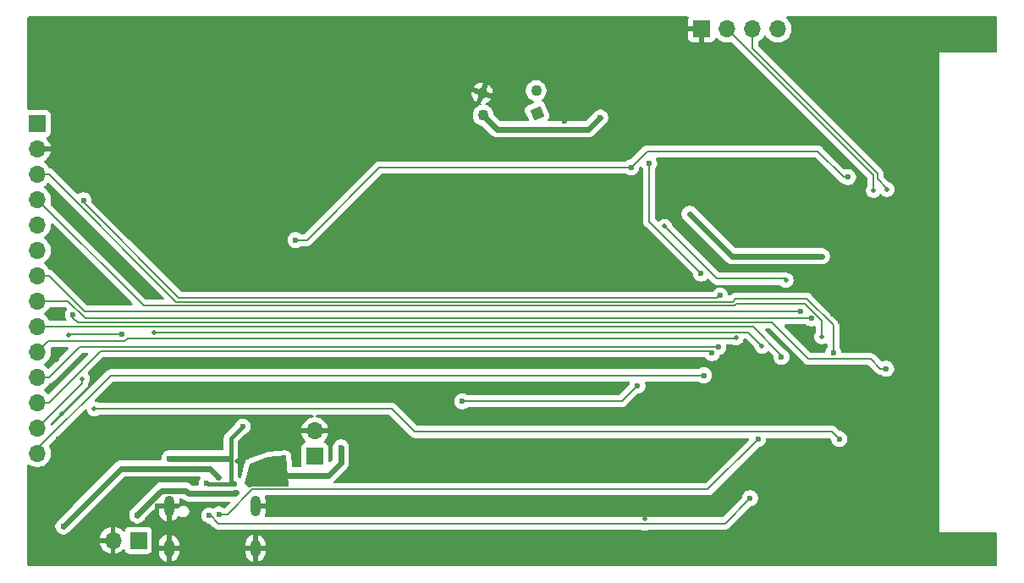
<source format=gbr>
%TF.GenerationSoftware,KiCad,Pcbnew,9.0.0*%
%TF.CreationDate,2025-06-04T21:14:10-04:00*%
%TF.ProjectId,thermal-pcb,74686572-6d61-46c2-9d70-63622e6b6963,rev?*%
%TF.SameCoordinates,Original*%
%TF.FileFunction,Copper,L1,Top*%
%TF.FilePolarity,Positive*%
%FSLAX46Y46*%
G04 Gerber Fmt 4.6, Leading zero omitted, Abs format (unit mm)*
G04 Created by KiCad (PCBNEW 9.0.0) date 2025-06-04 21:14:10*
%MOMM*%
%LPD*%
G01*
G04 APERTURE LIST*
G04 Aperture macros list*
%AMRotRect*
0 Rectangle, with rotation*
0 The origin of the aperture is its center*
0 $1 length*
0 $2 width*
0 $3 Rotation angle, in degrees counterclockwise*
0 Add horizontal line*
21,1,$1,$2,0,0,$3*%
G04 Aperture macros list end*
%TA.AperFunction,ComponentPad*%
%ADD10C,1.100000*%
%TD*%
%TA.AperFunction,ComponentPad*%
%ADD11RotRect,1.100000X1.100000X115.000000*%
%TD*%
%TA.AperFunction,ComponentPad*%
%ADD12R,1.700000X1.700000*%
%TD*%
%TA.AperFunction,ComponentPad*%
%ADD13O,1.700000X1.700000*%
%TD*%
%TA.AperFunction,HeatsinkPad*%
%ADD14C,0.600000*%
%TD*%
%TA.AperFunction,HeatsinkPad*%
%ADD15O,1.000000X1.800000*%
%TD*%
%TA.AperFunction,HeatsinkPad*%
%ADD16O,1.000000X2.100000*%
%TD*%
%TA.AperFunction,ViaPad*%
%ADD17C,0.600000*%
%TD*%
%TA.AperFunction,ViaPad*%
%ADD18C,0.500000*%
%TD*%
%TA.AperFunction,Conductor*%
%ADD19C,0.200000*%
%TD*%
%TA.AperFunction,Conductor*%
%ADD20C,0.600000*%
%TD*%
%TA.AperFunction,Conductor*%
%ADD21C,0.400000*%
%TD*%
%TA.AperFunction,Conductor*%
%ADD22C,0.300000*%
%TD*%
G04 APERTURE END LIST*
D10*
%TO.P,U5,4,SCL*%
%TO.N,I2C_SCL*%
X144792420Y-86611955D03*
%TO.P,U5,3,GND*%
%TO.N,-BATT*%
X139402100Y-86847302D03*
%TO.P,U5,2,VDD*%
%TO.N,VCC*%
X139499580Y-89080045D03*
D11*
%TO.P,U5,1,SDA*%
%TO.N,I2C_SDA*%
X144892348Y-88843556D03*
%TD*%
D12*
%TO.P,J2,1,Pin_1*%
%TO.N,VCC*%
X94896000Y-89886000D03*
D13*
%TO.P,J2,2,Pin_2*%
%TO.N,-BATT*%
X94896000Y-92426000D03*
%TO.P,J2,3,Pin_3*%
%TO.N,LCD_CS*%
X94896000Y-94965999D03*
%TO.P,J2,4,Pin_4*%
%TO.N,LCD_REST*%
X94896000Y-97506000D03*
%TO.P,J2,5,Pin_5*%
%TO.N,LCD_DC*%
X94896000Y-100046000D03*
%TO.P,J2,6,Pin_6*%
%TO.N,LCD_SDI*%
X94896000Y-102586000D03*
%TO.P,J2,7,Pin_7*%
%TO.N,LCD_SCK*%
X94896000Y-105126000D03*
%TO.P,J2,8,Pin_8*%
%TO.N,LCD_LED*%
X94896000Y-107666001D03*
%TO.P,J2,9,Pin_9*%
%TO.N,LCD_SDO*%
X94896000Y-110206000D03*
%TO.P,J2,10,Pin_10*%
%TO.N,LCD_T_CLK*%
X94896000Y-112746000D03*
%TO.P,J2,11,Pin_11*%
%TO.N,LCD_T_CS*%
X94896000Y-115286000D03*
%TO.P,J2,12,Pin_12*%
%TO.N,LCD_T_DIN*%
X94896000Y-117825999D03*
%TO.P,J2,13,Pin_13*%
%TO.N,LCD_T_DO*%
X94896000Y-120366000D03*
%TO.P,J2,14,Pin_14*%
%TO.N,LCD_T_IRQ*%
X94896000Y-122906000D03*
%TD*%
D12*
%TO.P,J4,1,Pin_1*%
%TO.N,-BATT*%
X161356000Y-80426000D03*
D13*
%TO.P,J4,2,Pin_2*%
%TO.N,RXD*%
X163896000Y-80426000D03*
%TO.P,J4,3,Pin_3*%
%TO.N,TXD*%
X166435999Y-80426000D03*
%TO.P,J4,4,Pin_4*%
%TO.N,VCC*%
X168976000Y-80426000D03*
%TD*%
D14*
%TO.P,U1,41,GND*%
%TO.N,-BATT*%
X175196000Y-109676000D03*
X176596000Y-109676000D03*
X174496000Y-108976000D03*
X175896000Y-108976000D03*
X177296000Y-108976000D03*
X175196000Y-108276000D03*
X176596000Y-108276000D03*
X174496000Y-107576000D03*
X175896000Y-107576000D03*
X177296000Y-107576000D03*
X175196000Y-106876000D03*
X176596000Y-106876000D03*
%TD*%
D12*
%TO.P,J5,1,Pin_1*%
%TO.N,Net-(J5-Pin_1)*%
X122646000Y-123176000D03*
D13*
%TO.P,J5,2,Pin_2*%
%TO.N,-BATT*%
X122646000Y-120636000D03*
%TD*%
D12*
%TO.P,J1,1,Pin_1*%
%TO.N,Net-(J1-Pin_1)*%
X105000000Y-131600000D03*
D13*
%TO.P,J1,2,Pin_2*%
%TO.N,-BATT*%
X102460000Y-131600000D03*
%TD*%
D15*
%TO.P,J3,S1,SHIELD*%
%TO.N,-BATT*%
X116716000Y-132375000D03*
D16*
X116716000Y-128195000D03*
D15*
X108076000Y-132375000D03*
D16*
X108076000Y-128195000D03*
%TD*%
D17*
%TO.N,LCD_T_CS*%
X162996000Y-112276000D03*
%TO.N,I2C_SCL*%
X156100000Y-93900000D03*
X161300000Y-104900000D03*
%TO.N,VCC*%
X151210500Y-89289500D03*
%TO.N,+BATT*%
X117646000Y-124276000D03*
X125271000Y-122301000D03*
X116396000Y-125676000D03*
X117600000Y-125000000D03*
X154933000Y-116105000D03*
X137396000Y-117691000D03*
X116833500Y-125176000D03*
%TO.N,Net-(JP11-B)*%
X113000000Y-125250000D03*
X97500000Y-130199999D03*
%TO.N,VBUS*%
X114600000Y-126000000D03*
X111848000Y-125876000D03*
X115445000Y-120200000D03*
X108100000Y-123400000D03*
D18*
%TO.N,VCC*%
X160146000Y-98926000D03*
X173396000Y-103176000D03*
%TO.N,-BATT*%
X111000000Y-117200000D03*
X158646000Y-118676000D03*
X97382091Y-109000000D03*
X170646000Y-113426000D03*
D17*
X140646000Y-116426000D03*
X106900000Y-128200000D03*
X179896000Y-82926000D03*
X128550000Y-84150000D03*
D18*
X102896000Y-103426000D03*
D17*
X167396000Y-90426000D03*
X142896000Y-123426000D03*
X100400000Y-114800000D03*
D18*
X104396000Y-101176000D03*
D17*
X180083377Y-110891049D03*
X117331534Y-106184378D03*
D18*
X96000000Y-124200000D03*
D17*
X118100000Y-85000000D03*
X99800000Y-83800000D03*
X106000000Y-107200000D03*
D18*
X169377856Y-101176000D03*
X98000000Y-111050000D03*
X97300000Y-118900000D03*
D17*
X128900000Y-120700000D03*
D18*
X98146000Y-114426000D03*
D17*
X153146000Y-82176000D03*
D18*
X155646000Y-124176000D03*
D17*
X107100000Y-116100000D03*
X148896000Y-100926000D03*
X98300000Y-124700000D03*
X141896000Y-118926000D03*
D18*
X113300000Y-116800000D03*
X155636858Y-132742065D03*
D17*
X171646000Y-131676000D03*
D18*
X96835800Y-113500000D03*
D17*
X154959885Y-106012718D03*
X97000000Y-121500000D03*
X102146000Y-107426000D03*
D18*
X97634544Y-104650930D03*
D17*
X102100000Y-128900000D03*
X138396000Y-96176000D03*
D18*
X114896000Y-123676000D03*
X155646000Y-129426000D03*
X171146000Y-105676000D03*
D17*
X174396000Y-86176000D03*
D18*
X170896000Y-110676000D03*
X101100000Y-97800000D03*
D17*
X107400000Y-120200000D03*
X159396000Y-90676000D03*
X116896000Y-95176000D03*
X100752246Y-119865564D03*
X150396000Y-82176000D03*
X180396000Y-126676000D03*
D18*
X160396000Y-106176000D03*
D17*
X118500000Y-128400000D03*
X124700000Y-120636000D03*
X128146000Y-121426000D03*
X111000000Y-106400000D03*
X131646000Y-103176000D03*
X103350000Y-111000000D03*
X147646000Y-89676000D03*
D18*
%TO.N,PG*%
X167396000Y-112176000D03*
X106550000Y-110801000D03*
%TO.N,STAT2*%
X157646000Y-100176000D03*
X169784909Y-105564909D03*
D17*
%TO.N,STAT1*%
X154300000Y-94283000D03*
X176000000Y-95250000D03*
X120722068Y-101548068D03*
%TO.N,LCD_SCK*%
X171250000Y-108664000D03*
D18*
%TO.N,LCD_T_CLK*%
X164800000Y-111350000D03*
%TO.N,LCD_REST*%
X173359790Y-111212219D03*
D17*
%TO.N,LCD_LED*%
X172320000Y-109395000D03*
%TO.N,LCD_T_DIN*%
X162396000Y-112850000D03*
D18*
%TO.N,LCD_SDI*%
X100596000Y-118454000D03*
D17*
X175130000Y-121465000D03*
%TO.N,LCD_T_DO*%
X99501126Y-97570873D03*
X163195265Y-107121000D03*
D18*
X99396000Y-115426000D03*
D17*
%TO.N,LCD_DC*%
X98456735Y-109005265D03*
X179806000Y-114426000D03*
%TO.N,LCD_T_IRQ*%
X161561000Y-115081000D03*
%TO.N,LCD_SDO*%
X169340000Y-113235000D03*
%TO.N,LCD_CS*%
X174519000Y-112842000D03*
%TO.N,USB_D+*%
X112100000Y-129100000D03*
X166203000Y-127381000D03*
%TO.N,USB_D-*%
X113046000Y-129002527D03*
X166997000Y-121467000D03*
D18*
%TO.N,RXD*%
X178536000Y-96576000D03*
%TO.N,TXD*%
X179896000Y-96476000D03*
D17*
%TO.N,Net-(JP12-A)*%
X104900000Y-129100000D03*
X114819778Y-126769222D03*
X109996000Y-126900000D03*
%TD*%
D19*
%TO.N,LCD_T_CLK*%
X95966000Y-111676000D02*
X94896000Y-112746000D01*
X103624001Y-111676000D02*
X95966000Y-111676000D01*
X164750000Y-111400000D02*
X103900001Y-111400000D01*
X164800000Y-111350000D02*
X164750000Y-111400000D01*
X103900001Y-111400000D02*
X103624001Y-111676000D01*
%TO.N,LCD_T_DIN*%
X96047700Y-117826000D02*
X94896000Y-117826000D01*
X101222700Y-112651000D02*
X96047700Y-117826000D01*
X101222700Y-112651000D02*
X162251000Y-112651000D01*
X162396000Y-112796000D02*
X162251000Y-112651000D01*
X162396000Y-112850000D02*
X162396000Y-112796000D01*
%TO.N,LCD_T_CS*%
X96047700Y-115286000D02*
X94896000Y-115286000D01*
X99083700Y-112250000D02*
X96047700Y-115286000D01*
X162680000Y-112276000D02*
X162654000Y-112250000D01*
X162996000Y-112276000D02*
X162680000Y-112276000D01*
X162654000Y-112250000D02*
X99083700Y-112250000D01*
%TO.N,-BATT*%
X98050000Y-111000000D02*
X98000000Y-111050000D01*
X103350000Y-111000000D02*
X98050000Y-111000000D01*
%TO.N,PG*%
X166020000Y-110800000D02*
X167396000Y-112176000D01*
X108918600Y-110800000D02*
X166020000Y-110800000D01*
X108915600Y-110803000D02*
X108918600Y-110800000D01*
X106967000Y-110801000D02*
X106969000Y-110803000D01*
X106550000Y-110801000D02*
X106967000Y-110801000D01*
X106969000Y-110803000D02*
X108915600Y-110803000D01*
%TO.N,LCD_DC*%
X179243000Y-114426000D02*
X179806000Y-114426000D01*
X178262000Y-113445000D02*
X179243000Y-114426000D01*
X172045000Y-113445000D02*
X178262000Y-113445000D01*
X168400000Y-109800000D02*
X172045000Y-113445000D01*
X163633100Y-109800000D02*
X163634050Y-109800950D01*
X163635000Y-109800000D02*
X168400000Y-109800000D01*
X98456735Y-109335265D02*
X98921470Y-109800000D01*
X98456735Y-109005265D02*
X98456735Y-109335265D01*
X163634050Y-109800950D02*
X163635000Y-109800000D01*
X98921470Y-109800000D02*
X163633100Y-109800000D01*
%TO.N,LCD_LED*%
X99695000Y-109395000D02*
X172320000Y-109395000D01*
X97966000Y-107666000D02*
X99695000Y-109395000D01*
X94896000Y-107666000D02*
X97966000Y-107666000D01*
%TO.N,I2C_SCL*%
X156100000Y-99700000D02*
X156100000Y-93900000D01*
X161300000Y-104900000D02*
X156100000Y-99700000D01*
D20*
%TO.N,VCC*%
X140896535Y-90477000D02*
X139499580Y-89080045D01*
X150023000Y-90477000D02*
X140896535Y-90477000D01*
X151210500Y-89289500D02*
X150023000Y-90477000D01*
D19*
%TO.N,-BATT*%
X102460000Y-129260000D02*
X102460000Y-131600000D01*
X102100000Y-128900000D02*
X102460000Y-129260000D01*
D20*
%TO.N,+BATT*%
X117700000Y-125100000D02*
X117600000Y-125000000D01*
X125271000Y-122301000D02*
X125271000Y-123829000D01*
X124000000Y-125100000D02*
X117700000Y-125100000D01*
D19*
X153346000Y-117691000D02*
X154933000Y-116105000D01*
D20*
X125271000Y-123829000D02*
X124000000Y-125100000D01*
D19*
X137396000Y-117691000D02*
X153346000Y-117691000D01*
D20*
%TO.N,Net-(JP11-B)*%
X103299999Y-124400000D02*
X112150000Y-124400000D01*
X112150000Y-124400000D02*
X113000000Y-125250000D01*
X97500000Y-130199999D02*
X103299999Y-124400000D01*
%TO.N,VBUS*%
X114109925Y-123400000D02*
X114177463Y-123332462D01*
X108100000Y-123400000D02*
X114109925Y-123400000D01*
D21*
X114600000Y-126000000D02*
X111970000Y-126000000D01*
X111970000Y-126000000D02*
X111848000Y-125878000D01*
X111848000Y-125878000D02*
X111848000Y-125876000D01*
X114245000Y-125645000D02*
X114245000Y-121400000D01*
X114600000Y-126000000D02*
X114245000Y-125645000D01*
X114245000Y-121400000D02*
X115445000Y-120200000D01*
D20*
%TO.N,VCC*%
X173396000Y-103176000D02*
X164396000Y-103176000D01*
X164396000Y-103176000D02*
X160146000Y-98926000D01*
D22*
%TO.N,-BATT*%
X128900000Y-120700000D02*
X128836000Y-120636000D01*
X128836000Y-120636000D02*
X122646000Y-120636000D01*
D19*
%TO.N,STAT2*%
X169646000Y-105426000D02*
X162896000Y-105426000D01*
X169784909Y-105564909D02*
X169646000Y-105426000D01*
X162896000Y-105426000D02*
X157646000Y-100176000D01*
%TO.N,STAT1*%
X120722068Y-101548068D02*
X121859632Y-101548068D01*
X176000000Y-95250000D02*
X175536000Y-95250000D01*
X175536000Y-95250000D02*
X172962000Y-92676000D01*
X121859632Y-101548068D02*
X129124700Y-94283000D01*
X129124700Y-94283000D02*
X154300000Y-94283000D01*
X155907000Y-92676000D02*
X154300000Y-94283000D01*
X172962000Y-92676000D02*
X155907000Y-92676000D01*
%TO.N,LCD_SCK*%
X99586100Y-108664000D02*
X171250000Y-108664000D01*
X94896000Y-105126000D02*
X96047700Y-105126000D01*
X96047700Y-105126000D02*
X99586100Y-108664000D01*
%TO.N,LCD_REST*%
X171700943Y-107926000D02*
X164825100Y-107926000D01*
X173359790Y-109584847D02*
X171700943Y-107926000D01*
X105512000Y-108122000D02*
X94896000Y-97506000D01*
X164629100Y-108122000D02*
X105512000Y-108122000D01*
X164825100Y-107926000D02*
X164629100Y-108122000D01*
X173359790Y-111212219D02*
X173359790Y-109584847D01*
%TO.N,LCD_SDI*%
X174413000Y-120748000D02*
X175130000Y-121465000D01*
X132683700Y-120748000D02*
X174413000Y-120748000D01*
X100596000Y-118454000D02*
X130390400Y-118454000D01*
X130390400Y-118454000D02*
X132683700Y-120748000D01*
%TO.N,LCD_T_DO*%
X99396000Y-115866000D02*
X99396000Y-115426000D01*
X109040000Y-107320000D02*
X99501126Y-97781126D01*
X99501126Y-97781126D02*
X99501126Y-97570873D01*
X163049530Y-107121000D02*
X162850530Y-107320000D01*
X163195265Y-107121000D02*
X163049530Y-107121000D01*
X162850530Y-107320000D02*
X109040000Y-107320000D01*
X94896000Y-120366000D02*
X99396000Y-115866000D01*
%TO.N,LCD_T_IRQ*%
X94896000Y-122426000D02*
X102240800Y-115081000D01*
X94896000Y-122906000D02*
X94896000Y-122426000D01*
X102240800Y-115081000D02*
X161561000Y-115081000D01*
%TO.N,LCD_SDO*%
X169340000Y-113074000D02*
X166517000Y-110251000D01*
X169340000Y-113235000D02*
X169340000Y-113074000D01*
X94941000Y-110251000D02*
X94896000Y-110206000D01*
X166517000Y-110251000D02*
X94941000Y-110251000D01*
%TO.N,LCD_CS*%
X164463000Y-107721000D02*
X108802800Y-107721000D01*
X174519000Y-112842000D02*
X174519000Y-110064000D01*
X174519000Y-110064000D02*
X171881000Y-107426000D01*
X164758000Y-107426000D02*
X164463000Y-107721000D01*
X108802800Y-107721000D02*
X96047700Y-94966000D01*
X171881000Y-107426000D02*
X164758000Y-107426000D01*
X96047700Y-94966000D02*
X94896000Y-94966000D01*
%TO.N,USB_D+*%
X112100000Y-129100000D02*
X112200000Y-129100000D01*
X155340768Y-129900000D02*
X155417768Y-129977000D01*
X113000000Y-129900000D02*
X155340768Y-129900000D01*
X155951232Y-129900000D02*
X163684000Y-129900000D01*
X163684000Y-129900000D02*
X166203000Y-127381000D01*
X155417768Y-129977000D02*
X155874232Y-129977000D01*
X155874232Y-129977000D02*
X155951232Y-129900000D01*
X112200000Y-129100000D02*
X113000000Y-129900000D01*
%TO.N,USB_D-*%
X113046000Y-129002527D02*
X113897473Y-129002527D01*
X161964000Y-126500000D02*
X166997000Y-121467000D01*
X113897473Y-129002527D02*
X116400000Y-126500000D01*
X116400000Y-126500000D02*
X161964000Y-126500000D01*
%TO.N,RXD*%
X163896000Y-80426000D02*
X178536000Y-95066000D01*
X178536000Y-95066000D02*
X178536000Y-96576000D01*
%TO.N,TXD*%
X178937000Y-94899900D02*
X178937000Y-95437000D01*
X166435999Y-80426000D02*
X166435999Y-82398899D01*
X179896000Y-96396000D02*
X179896000Y-96476000D01*
X166435999Y-82398899D02*
X178937000Y-94899900D01*
X178937000Y-95437000D02*
X179896000Y-96396000D01*
D20*
%TO.N,Net-(JP12-A)*%
X109996000Y-126900000D02*
X109696000Y-126600000D01*
X104900000Y-129000000D02*
X104900000Y-129100000D01*
X109996000Y-126900000D02*
X114689000Y-126900000D01*
X107300000Y-126600000D02*
X104900000Y-129000000D01*
X114689000Y-126900000D02*
X114819778Y-126769222D01*
X109696000Y-126600000D02*
X107300000Y-126600000D01*
%TD*%
%TA.AperFunction,Conductor*%
%TO.N,+BATT*%
G36*
X119760955Y-123122597D02*
G01*
X119801322Y-123168577D01*
X119808976Y-123198743D01*
X119900000Y-124200000D01*
X119900025Y-124200280D01*
X120066575Y-126091817D01*
X120052845Y-126151441D01*
X120006690Y-126191608D01*
X119967957Y-126199500D01*
X116439562Y-126199500D01*
X116360438Y-126199500D01*
X116313661Y-126212033D01*
X116284007Y-126219979D01*
X116215493Y-126259536D01*
X116215487Y-126259541D01*
X116167516Y-126307511D01*
X116112999Y-126335287D01*
X116052567Y-126325715D01*
X116027510Y-126307510D01*
X115685635Y-125965635D01*
X115657858Y-125911118D01*
X115659595Y-125871620D01*
X116133344Y-123976621D01*
X116165799Y-123924756D01*
X116194913Y-123907832D01*
X117883707Y-123280565D01*
X117909054Y-123274793D01*
X119701271Y-123109126D01*
X119760955Y-123122597D01*
G37*
%TD.AperFunction*%
%TD*%
%TA.AperFunction,Conductor*%
%TO.N,-BATT*%
G36*
X160009803Y-79196185D02*
G01*
X160055558Y-79248989D01*
X160065502Y-79318147D01*
X160058946Y-79343833D01*
X160012403Y-79468620D01*
X160012401Y-79468627D01*
X160006000Y-79528155D01*
X160006000Y-80176000D01*
X160922988Y-80176000D01*
X160890075Y-80233007D01*
X160856000Y-80360174D01*
X160856000Y-80491826D01*
X160890075Y-80618993D01*
X160922988Y-80676000D01*
X160006000Y-80676000D01*
X160006000Y-81323844D01*
X160012401Y-81383372D01*
X160012403Y-81383379D01*
X160062645Y-81518086D01*
X160062649Y-81518093D01*
X160148809Y-81633187D01*
X160148812Y-81633190D01*
X160263906Y-81719350D01*
X160263913Y-81719354D01*
X160398620Y-81769596D01*
X160398627Y-81769598D01*
X160458155Y-81775999D01*
X160458172Y-81776000D01*
X161106000Y-81776000D01*
X161106000Y-80859012D01*
X161163007Y-80891925D01*
X161290174Y-80926000D01*
X161421826Y-80926000D01*
X161548993Y-80891925D01*
X161606000Y-80859012D01*
X161606000Y-81776000D01*
X162253828Y-81776000D01*
X162253844Y-81775999D01*
X162313372Y-81769598D01*
X162313379Y-81769596D01*
X162448086Y-81719354D01*
X162448093Y-81719350D01*
X162563187Y-81633190D01*
X162563190Y-81633187D01*
X162649350Y-81518093D01*
X162649354Y-81518086D01*
X162698422Y-81386529D01*
X162740293Y-81330595D01*
X162805757Y-81306178D01*
X162874030Y-81321030D01*
X162902285Y-81342181D01*
X163016213Y-81456109D01*
X163188179Y-81581048D01*
X163188181Y-81581049D01*
X163188184Y-81581051D01*
X163377588Y-81677557D01*
X163579757Y-81743246D01*
X163789713Y-81776500D01*
X163789714Y-81776500D01*
X164002286Y-81776500D01*
X164002287Y-81776500D01*
X164212243Y-81743246D01*
X164254523Y-81729507D01*
X164324362Y-81727511D01*
X164380522Y-81759757D01*
X177899181Y-95278416D01*
X177932666Y-95339739D01*
X177935500Y-95366097D01*
X177935500Y-96086232D01*
X177915815Y-96153271D01*
X177914603Y-96155122D01*
X177870914Y-96220508D01*
X177814343Y-96357082D01*
X177814340Y-96357092D01*
X177785500Y-96502079D01*
X177785500Y-96502082D01*
X177785500Y-96649918D01*
X177785500Y-96649920D01*
X177785499Y-96649920D01*
X177814340Y-96794907D01*
X177814343Y-96794917D01*
X177870912Y-96931488D01*
X177870919Y-96931501D01*
X177953048Y-97054415D01*
X177953051Y-97054419D01*
X178057580Y-97158948D01*
X178057584Y-97158951D01*
X178180498Y-97241080D01*
X178180511Y-97241087D01*
X178317082Y-97297656D01*
X178317087Y-97297658D01*
X178317091Y-97297658D01*
X178317092Y-97297659D01*
X178462079Y-97326500D01*
X178462082Y-97326500D01*
X178609920Y-97326500D01*
X178707462Y-97307096D01*
X178754913Y-97297658D01*
X178891495Y-97241084D01*
X179014416Y-97158951D01*
X179118951Y-97054416D01*
X179152806Y-97003747D01*
X179206416Y-96958943D01*
X179275741Y-96950234D01*
X179338769Y-96980388D01*
X179343589Y-96984957D01*
X179417580Y-97058948D01*
X179417584Y-97058951D01*
X179540498Y-97141080D01*
X179540511Y-97141087D01*
X179662703Y-97191700D01*
X179677087Y-97197658D01*
X179677091Y-97197658D01*
X179677092Y-97197659D01*
X179822079Y-97226500D01*
X179822082Y-97226500D01*
X179969920Y-97226500D01*
X180067462Y-97207096D01*
X180114913Y-97197658D01*
X180251495Y-97141084D01*
X180374416Y-97058951D01*
X180478951Y-96954416D01*
X180561084Y-96831495D01*
X180617658Y-96694913D01*
X180646500Y-96549918D01*
X180646500Y-96402082D01*
X180646500Y-96402079D01*
X180617659Y-96257092D01*
X180617658Y-96257091D01*
X180617658Y-96257087D01*
X180575423Y-96155122D01*
X180561087Y-96120511D01*
X180561080Y-96120498D01*
X180478951Y-95997584D01*
X180478948Y-95997580D01*
X180374419Y-95893051D01*
X180374415Y-95893048D01*
X180251501Y-95810919D01*
X180251491Y-95810914D01*
X180118347Y-95755764D01*
X180078119Y-95728884D01*
X179573819Y-95224584D01*
X179540334Y-95163261D01*
X179537500Y-95136903D01*
X179537500Y-94820845D01*
X179537500Y-94820843D01*
X179514289Y-94734218D01*
X179496577Y-94668115D01*
X179456962Y-94599500D01*
X179417520Y-94531184D01*
X179305716Y-94419380D01*
X179305715Y-94419379D01*
X179301385Y-94415049D01*
X179301374Y-94415039D01*
X167072818Y-82186483D01*
X167039333Y-82125160D01*
X167036499Y-82098802D01*
X167036499Y-81711718D01*
X167056184Y-81644679D01*
X167104206Y-81601233D01*
X167143814Y-81581052D01*
X167143814Y-81581051D01*
X167143815Y-81581051D01*
X167235192Y-81514661D01*
X167315785Y-81456109D01*
X167315787Y-81456106D01*
X167315791Y-81456104D01*
X167466103Y-81305792D01*
X167466105Y-81305788D01*
X167466108Y-81305786D01*
X167591047Y-81133821D01*
X167591050Y-81133816D01*
X167595512Y-81125056D01*
X167643483Y-81074260D01*
X167711303Y-81057462D01*
X167777439Y-81079996D01*
X167816483Y-81125052D01*
X167820949Y-81133817D01*
X167945890Y-81305786D01*
X168096213Y-81456109D01*
X168268179Y-81581048D01*
X168268181Y-81581049D01*
X168268184Y-81581051D01*
X168457588Y-81677557D01*
X168659757Y-81743246D01*
X168869713Y-81776500D01*
X168869714Y-81776500D01*
X169082286Y-81776500D01*
X169082287Y-81776500D01*
X169292243Y-81743246D01*
X169494412Y-81677557D01*
X169683816Y-81581051D01*
X169770471Y-81518093D01*
X169855786Y-81456109D01*
X169855788Y-81456106D01*
X169855792Y-81456104D01*
X170006104Y-81305792D01*
X170006106Y-81305788D01*
X170006109Y-81305786D01*
X170131048Y-81133820D01*
X170131050Y-81133817D01*
X170131051Y-81133816D01*
X170227557Y-80944412D01*
X170293246Y-80742243D01*
X170326500Y-80532287D01*
X170326500Y-80319713D01*
X170293246Y-80109757D01*
X170227557Y-79907588D01*
X170131051Y-79718184D01*
X170131049Y-79718181D01*
X170131048Y-79718179D01*
X170006109Y-79546213D01*
X169855789Y-79395893D01*
X169854493Y-79394786D01*
X169854137Y-79394241D01*
X169852347Y-79392451D01*
X169852723Y-79392074D01*
X169816302Y-79336277D01*
X169815807Y-79266409D01*
X169853164Y-79207365D01*
X169916512Y-79177890D01*
X169935029Y-79176500D01*
X190771500Y-79176500D01*
X190838539Y-79196185D01*
X190884294Y-79248989D01*
X190895500Y-79300500D01*
X190895500Y-82652000D01*
X190875815Y-82719039D01*
X190823011Y-82764794D01*
X190771500Y-82776000D01*
X185106000Y-82776000D01*
X185106000Y-130776000D01*
X190771500Y-130776000D01*
X190838539Y-130795685D01*
X190884294Y-130848489D01*
X190895500Y-130900000D01*
X190895500Y-134051500D01*
X190875815Y-134118539D01*
X190823011Y-134164294D01*
X190771500Y-134175500D01*
X94020500Y-134175500D01*
X93953461Y-134155815D01*
X93907706Y-134103011D01*
X93896500Y-134051500D01*
X93896500Y-131350000D01*
X101132769Y-131350000D01*
X102026988Y-131350000D01*
X101994075Y-131407007D01*
X101960000Y-131534174D01*
X101960000Y-131665826D01*
X101994075Y-131792993D01*
X102026988Y-131850000D01*
X101132769Y-131850000D01*
X101143242Y-131916126D01*
X101143242Y-131916129D01*
X101208904Y-132118217D01*
X101305379Y-132307557D01*
X101430272Y-132479459D01*
X101430276Y-132479464D01*
X101580535Y-132629723D01*
X101580540Y-132629727D01*
X101752442Y-132754620D01*
X101941782Y-132851095D01*
X102143871Y-132916757D01*
X102210000Y-132927231D01*
X102210000Y-132033012D01*
X102267007Y-132065925D01*
X102394174Y-132100000D01*
X102525826Y-132100000D01*
X102652993Y-132065925D01*
X102710000Y-132033012D01*
X102710000Y-132927230D01*
X102776126Y-132916757D01*
X102776129Y-132916757D01*
X102978217Y-132851095D01*
X103167557Y-132754620D01*
X103339458Y-132629728D01*
X103453133Y-132516053D01*
X103514456Y-132482568D01*
X103584148Y-132487552D01*
X103640082Y-132529423D01*
X103656997Y-132560401D01*
X103706202Y-132692328D01*
X103706206Y-132692335D01*
X103792452Y-132807544D01*
X103792455Y-132807547D01*
X103907664Y-132893793D01*
X103907671Y-132893797D01*
X104042517Y-132944091D01*
X104042516Y-132944091D01*
X104049444Y-132944835D01*
X104102127Y-132950500D01*
X105897872Y-132950499D01*
X105957483Y-132944091D01*
X106092331Y-132893796D01*
X106207546Y-132807546D01*
X106293796Y-132692331D01*
X106344091Y-132557483D01*
X106350500Y-132497873D01*
X106350499Y-131876504D01*
X107076000Y-131876504D01*
X107076000Y-132125000D01*
X107776000Y-132125000D01*
X107776000Y-132625000D01*
X107076000Y-132625000D01*
X107076000Y-132873495D01*
X107114427Y-133066681D01*
X107114430Y-133066693D01*
X107189807Y-133248671D01*
X107189814Y-133248684D01*
X107299248Y-133412462D01*
X107299251Y-133412466D01*
X107438533Y-133551748D01*
X107438537Y-133551751D01*
X107602315Y-133661185D01*
X107602328Y-133661192D01*
X107784308Y-133736569D01*
X107826000Y-133744862D01*
X107826000Y-132941988D01*
X107835940Y-132959205D01*
X107891795Y-133015060D01*
X107960204Y-133054556D01*
X108036504Y-133075000D01*
X108115496Y-133075000D01*
X108191796Y-133054556D01*
X108260205Y-133015060D01*
X108316060Y-132959205D01*
X108326000Y-132941988D01*
X108326000Y-133744862D01*
X108367690Y-133736569D01*
X108367692Y-133736569D01*
X108549671Y-133661192D01*
X108549684Y-133661185D01*
X108713462Y-133551751D01*
X108713466Y-133551748D01*
X108852748Y-133412466D01*
X108852751Y-133412462D01*
X108962185Y-133248684D01*
X108962192Y-133248671D01*
X109037569Y-133066693D01*
X109037572Y-133066681D01*
X109075999Y-132873495D01*
X109076000Y-132873492D01*
X109076000Y-132625000D01*
X108376000Y-132625000D01*
X108376000Y-132125000D01*
X109076000Y-132125000D01*
X109076000Y-131876508D01*
X109075999Y-131876504D01*
X115716000Y-131876504D01*
X115716000Y-132125000D01*
X116416000Y-132125000D01*
X116416000Y-132625000D01*
X115716000Y-132625000D01*
X115716000Y-132873495D01*
X115754427Y-133066681D01*
X115754430Y-133066693D01*
X115829807Y-133248671D01*
X115829814Y-133248684D01*
X115939248Y-133412462D01*
X115939251Y-133412466D01*
X116078533Y-133551748D01*
X116078537Y-133551751D01*
X116242315Y-133661185D01*
X116242328Y-133661192D01*
X116424308Y-133736569D01*
X116466000Y-133744862D01*
X116466000Y-132941988D01*
X116475940Y-132959205D01*
X116531795Y-133015060D01*
X116600204Y-133054556D01*
X116676504Y-133075000D01*
X116755496Y-133075000D01*
X116831796Y-133054556D01*
X116900205Y-133015060D01*
X116956060Y-132959205D01*
X116966000Y-132941988D01*
X116966000Y-133744862D01*
X117007690Y-133736569D01*
X117007692Y-133736569D01*
X117189671Y-133661192D01*
X117189684Y-133661185D01*
X117353462Y-133551751D01*
X117353466Y-133551748D01*
X117492748Y-133412466D01*
X117492751Y-133412462D01*
X117602185Y-133248684D01*
X117602192Y-133248671D01*
X117677569Y-133066693D01*
X117677572Y-133066681D01*
X117715999Y-132873495D01*
X117716000Y-132873492D01*
X117716000Y-132625000D01*
X117016000Y-132625000D01*
X117016000Y-132125000D01*
X117716000Y-132125000D01*
X117716000Y-131876508D01*
X117715999Y-131876504D01*
X117677572Y-131683318D01*
X117677569Y-131683306D01*
X117602192Y-131501328D01*
X117602185Y-131501315D01*
X117492751Y-131337537D01*
X117492748Y-131337533D01*
X117353466Y-131198251D01*
X117353462Y-131198248D01*
X117189684Y-131088814D01*
X117189671Y-131088807D01*
X117007691Y-131013429D01*
X117007683Y-131013427D01*
X116966000Y-131005135D01*
X116966000Y-131808011D01*
X116956060Y-131790795D01*
X116900205Y-131734940D01*
X116831796Y-131695444D01*
X116755496Y-131675000D01*
X116676504Y-131675000D01*
X116600204Y-131695444D01*
X116531795Y-131734940D01*
X116475940Y-131790795D01*
X116466000Y-131808011D01*
X116466000Y-131005136D01*
X116465999Y-131005135D01*
X116424316Y-131013427D01*
X116424308Y-131013429D01*
X116242328Y-131088807D01*
X116242315Y-131088814D01*
X116078537Y-131198248D01*
X116078533Y-131198251D01*
X115939251Y-131337533D01*
X115939248Y-131337537D01*
X115829814Y-131501315D01*
X115829807Y-131501328D01*
X115754430Y-131683306D01*
X115754427Y-131683318D01*
X115716000Y-131876504D01*
X109075999Y-131876504D01*
X109037572Y-131683318D01*
X109037569Y-131683306D01*
X108962192Y-131501328D01*
X108962185Y-131501315D01*
X108852751Y-131337537D01*
X108852748Y-131337533D01*
X108713466Y-131198251D01*
X108713462Y-131198248D01*
X108549684Y-131088814D01*
X108549671Y-131088807D01*
X108367691Y-131013429D01*
X108367683Y-131013427D01*
X108326000Y-131005135D01*
X108326000Y-131808011D01*
X108316060Y-131790795D01*
X108260205Y-131734940D01*
X108191796Y-131695444D01*
X108115496Y-131675000D01*
X108036504Y-131675000D01*
X107960204Y-131695444D01*
X107891795Y-131734940D01*
X107835940Y-131790795D01*
X107826000Y-131808011D01*
X107826000Y-131005136D01*
X107825999Y-131005135D01*
X107784316Y-131013427D01*
X107784308Y-131013429D01*
X107602328Y-131088807D01*
X107602315Y-131088814D01*
X107438537Y-131198248D01*
X107438533Y-131198251D01*
X107299251Y-131337533D01*
X107299248Y-131337537D01*
X107189814Y-131501315D01*
X107189807Y-131501328D01*
X107114430Y-131683306D01*
X107114427Y-131683318D01*
X107076000Y-131876504D01*
X106350499Y-131876504D01*
X106350499Y-131534174D01*
X106350499Y-130702129D01*
X106350498Y-130702123D01*
X106344091Y-130642516D01*
X106293797Y-130507671D01*
X106293793Y-130507664D01*
X106207547Y-130392455D01*
X106207544Y-130392452D01*
X106092335Y-130306206D01*
X106092328Y-130306202D01*
X105957482Y-130255908D01*
X105957483Y-130255908D01*
X105897883Y-130249501D01*
X105897881Y-130249500D01*
X105897873Y-130249500D01*
X105897864Y-130249500D01*
X104102129Y-130249500D01*
X104102123Y-130249501D01*
X104042516Y-130255908D01*
X103907671Y-130306202D01*
X103907664Y-130306206D01*
X103792455Y-130392452D01*
X103792452Y-130392455D01*
X103706206Y-130507664D01*
X103706202Y-130507671D01*
X103656997Y-130639598D01*
X103615126Y-130695532D01*
X103549661Y-130719949D01*
X103481388Y-130705097D01*
X103453134Y-130683946D01*
X103339464Y-130570276D01*
X103339459Y-130570272D01*
X103167557Y-130445379D01*
X102978215Y-130348903D01*
X102776124Y-130283241D01*
X102710000Y-130272768D01*
X102710000Y-131166988D01*
X102652993Y-131134075D01*
X102525826Y-131100000D01*
X102394174Y-131100000D01*
X102267007Y-131134075D01*
X102210000Y-131166988D01*
X102210000Y-130272768D01*
X102209999Y-130272768D01*
X102143875Y-130283241D01*
X101941784Y-130348903D01*
X101752442Y-130445379D01*
X101580540Y-130570272D01*
X101580535Y-130570276D01*
X101430276Y-130720535D01*
X101430272Y-130720540D01*
X101305379Y-130892442D01*
X101208904Y-131081782D01*
X101143242Y-131283870D01*
X101143242Y-131283873D01*
X101132769Y-131350000D01*
X93896500Y-131350000D01*
X93896500Y-124092494D01*
X93916185Y-124025455D01*
X93968989Y-123979700D01*
X94038147Y-123969756D01*
X94093385Y-123992176D01*
X94188184Y-124061051D01*
X94377588Y-124157557D01*
X94579757Y-124223246D01*
X94789713Y-124256500D01*
X94789714Y-124256500D01*
X95002286Y-124256500D01*
X95002287Y-124256500D01*
X95212243Y-124223246D01*
X95414412Y-124157557D01*
X95603816Y-124061051D01*
X95729474Y-123969756D01*
X95775786Y-123936109D01*
X95775788Y-123936106D01*
X95775792Y-123936104D01*
X95926104Y-123785792D01*
X95926106Y-123785788D01*
X95926109Y-123785786D01*
X96051048Y-123613820D01*
X96051047Y-123613820D01*
X96051051Y-123613816D01*
X96147557Y-123424412D01*
X96213246Y-123222243D01*
X96246500Y-123012287D01*
X96246500Y-122799713D01*
X96213246Y-122589757D01*
X96147557Y-122387588D01*
X96065614Y-122226767D01*
X96052719Y-122158099D01*
X96078995Y-122093358D01*
X96088408Y-122082803D01*
X99647896Y-118523219D01*
X99709217Y-118489734D01*
X99778909Y-118494718D01*
X99834843Y-118536588D01*
X99857194Y-118586708D01*
X99874340Y-118672907D01*
X99874343Y-118672917D01*
X99930912Y-118809488D01*
X99930919Y-118809501D01*
X100013048Y-118932415D01*
X100013051Y-118932419D01*
X100117580Y-119036948D01*
X100117584Y-119036951D01*
X100240498Y-119119080D01*
X100240511Y-119119087D01*
X100295515Y-119141870D01*
X100377087Y-119175658D01*
X100377091Y-119175658D01*
X100377092Y-119175659D01*
X100522079Y-119204500D01*
X100522082Y-119204500D01*
X100669920Y-119204500D01*
X100767462Y-119185096D01*
X100814913Y-119175658D01*
X100951495Y-119119084D01*
X101016876Y-119075398D01*
X101083553Y-119054520D01*
X101085767Y-119054500D01*
X122425821Y-119054500D01*
X122492860Y-119074185D01*
X122538615Y-119126989D01*
X122548559Y-119196147D01*
X122519534Y-119259703D01*
X122460756Y-119297477D01*
X122445219Y-119300973D01*
X122329872Y-119319242D01*
X122329869Y-119319242D01*
X122127782Y-119384904D01*
X121938442Y-119481379D01*
X121766540Y-119606272D01*
X121766535Y-119606276D01*
X121616276Y-119756535D01*
X121616272Y-119756540D01*
X121491379Y-119928442D01*
X121394904Y-120117782D01*
X121329242Y-120319870D01*
X121329242Y-120319873D01*
X121318769Y-120386000D01*
X122212988Y-120386000D01*
X122180075Y-120443007D01*
X122146000Y-120570174D01*
X122146000Y-120701826D01*
X122180075Y-120828993D01*
X122212988Y-120886000D01*
X121318769Y-120886000D01*
X121329242Y-120952126D01*
X121329242Y-120952129D01*
X121394904Y-121154217D01*
X121491379Y-121343557D01*
X121616272Y-121515459D01*
X121616276Y-121515464D01*
X121729946Y-121629134D01*
X121763431Y-121690457D01*
X121758447Y-121760149D01*
X121716575Y-121816082D01*
X121685598Y-121832997D01*
X121553671Y-121882202D01*
X121553664Y-121882206D01*
X121438455Y-121968452D01*
X121438452Y-121968455D01*
X121352206Y-122083664D01*
X121352202Y-122083671D01*
X121301908Y-122218517D01*
X121296579Y-122268089D01*
X121295501Y-122278123D01*
X121295500Y-122278135D01*
X121295500Y-124073870D01*
X121295501Y-124073872D01*
X121301909Y-124133487D01*
X121303692Y-124141031D01*
X121302079Y-124141412D01*
X121306402Y-124201858D01*
X121272917Y-124263181D01*
X121211594Y-124296666D01*
X121185236Y-124299500D01*
X120529779Y-124299500D01*
X120462740Y-124279815D01*
X120416985Y-124227011D01*
X120406257Y-124186375D01*
X120403588Y-124156063D01*
X120403456Y-124154592D01*
X120383594Y-123936109D01*
X120312400Y-123152977D01*
X120298950Y-123074422D01*
X120291296Y-123044256D01*
X120259769Y-122955607D01*
X120181198Y-122835074D01*
X120175728Y-122828844D01*
X120140823Y-122789084D01*
X120121170Y-122767947D01*
X120006663Y-122680830D01*
X119872254Y-122629502D01*
X119872242Y-122629499D01*
X119812571Y-122616031D01*
X119798437Y-122613052D01*
X119654746Y-122605772D01*
X119654744Y-122605772D01*
X119654743Y-122605772D01*
X119107124Y-122656392D01*
X117862530Y-122771438D01*
X117796812Y-122781911D01*
X117771467Y-122787683D01*
X117771453Y-122787687D01*
X117707700Y-122806696D01*
X116018903Y-123433964D01*
X116018893Y-123433969D01*
X115940868Y-123470806D01*
X115940860Y-123470810D01*
X115911754Y-123487730D01*
X115830183Y-123546744D01*
X115737282Y-123656606D01*
X115737281Y-123656608D01*
X115704829Y-123708469D01*
X115697342Y-123720823D01*
X115642936Y-123854018D01*
X115282912Y-125294114D01*
X115267772Y-125319918D01*
X115254862Y-125346903D01*
X115250280Y-125349733D01*
X115247555Y-125354378D01*
X115220871Y-125367899D01*
X115195419Y-125383622D01*
X115190034Y-125383525D01*
X115185231Y-125385960D01*
X115155476Y-125382909D01*
X115125561Y-125382375D01*
X115118821Y-125379150D01*
X115115725Y-125378833D01*
X115093723Y-125367142D01*
X115000609Y-125304925D01*
X114955804Y-125251313D01*
X114945500Y-125201823D01*
X114945500Y-123586719D01*
X114947883Y-123562527D01*
X114977963Y-123411307D01*
X114977963Y-123253617D01*
X114947883Y-123102398D01*
X114945500Y-123078206D01*
X114945500Y-121741518D01*
X114965185Y-121674479D01*
X114981815Y-121653841D01*
X115639586Y-120996069D01*
X115679810Y-120969192D01*
X115734435Y-120946566D01*
X115824173Y-120909397D01*
X115824176Y-120909395D01*
X115824179Y-120909394D01*
X115955289Y-120821789D01*
X116066789Y-120710289D01*
X116154394Y-120579179D01*
X116214737Y-120433497D01*
X116245500Y-120278842D01*
X116245500Y-120121158D01*
X116245500Y-120121155D01*
X116245499Y-120121153D01*
X116224501Y-120015590D01*
X116214737Y-119966503D01*
X116179518Y-119881476D01*
X116154397Y-119820827D01*
X116154390Y-119820814D01*
X116066789Y-119689711D01*
X116066786Y-119689707D01*
X115955292Y-119578213D01*
X115955288Y-119578210D01*
X115824185Y-119490609D01*
X115824172Y-119490602D01*
X115678501Y-119430264D01*
X115678489Y-119430261D01*
X115523845Y-119399500D01*
X115523842Y-119399500D01*
X115366158Y-119399500D01*
X115366155Y-119399500D01*
X115211510Y-119430261D01*
X115211498Y-119430264D01*
X115065827Y-119490602D01*
X115065814Y-119490609D01*
X114934711Y-119578210D01*
X114934707Y-119578213D01*
X114823213Y-119689707D01*
X114823210Y-119689711D01*
X114735609Y-119820814D01*
X114735604Y-119820823D01*
X114675809Y-119965184D01*
X114648929Y-120005412D01*
X113700887Y-120953454D01*
X113624222Y-121068192D01*
X113571421Y-121195667D01*
X113571418Y-121195679D01*
X113549154Y-121307610D01*
X113549154Y-121307614D01*
X113544500Y-121331007D01*
X113544500Y-122475500D01*
X113524815Y-122542539D01*
X113472011Y-122588294D01*
X113420500Y-122599500D01*
X108021155Y-122599500D01*
X107866510Y-122630261D01*
X107866498Y-122630264D01*
X107720827Y-122690602D01*
X107720814Y-122690609D01*
X107589711Y-122778210D01*
X107589707Y-122778213D01*
X107478213Y-122889707D01*
X107478210Y-122889711D01*
X107390609Y-123020814D01*
X107390602Y-123020827D01*
X107330264Y-123166498D01*
X107330261Y-123166510D01*
X107299500Y-123321153D01*
X107299500Y-123475500D01*
X107279815Y-123542539D01*
X107227011Y-123588294D01*
X107175500Y-123599500D01*
X103221154Y-123599500D01*
X103149186Y-123613816D01*
X103149185Y-123613816D01*
X103066509Y-123630261D01*
X103066497Y-123630264D01*
X102920826Y-123690602D01*
X102920813Y-123690609D01*
X102808419Y-123765710D01*
X102789710Y-123778210D01*
X102789704Y-123778215D01*
X98417186Y-128150735D01*
X96989711Y-129578210D01*
X96957633Y-129610288D01*
X96878209Y-129689711D01*
X96790609Y-129820813D01*
X96790602Y-129820826D01*
X96730264Y-129966497D01*
X96730261Y-129966509D01*
X96699500Y-130121152D01*
X96699500Y-130278845D01*
X96730261Y-130433488D01*
X96730264Y-130433500D01*
X96790602Y-130579171D01*
X96790609Y-130579184D01*
X96878210Y-130710287D01*
X96878213Y-130710291D01*
X96989707Y-130821785D01*
X96989711Y-130821788D01*
X97120814Y-130909389D01*
X97120827Y-130909396D01*
X97266498Y-130969734D01*
X97266503Y-130969736D01*
X97421153Y-131000498D01*
X97421156Y-131000499D01*
X97421158Y-131000499D01*
X97578844Y-131000499D01*
X97578845Y-131000498D01*
X97733497Y-130969736D01*
X97879179Y-130909393D01*
X98010289Y-130821788D01*
X98121789Y-130710288D01*
X103595258Y-125236819D01*
X103656581Y-125203334D01*
X103682939Y-125200500D01*
X111104613Y-125200500D01*
X111171652Y-125220185D01*
X111217407Y-125272989D01*
X111227351Y-125342147D01*
X111207715Y-125393391D01*
X111138609Y-125496814D01*
X111138602Y-125496827D01*
X111078264Y-125642498D01*
X111078261Y-125642510D01*
X111047500Y-125797153D01*
X111047500Y-125954843D01*
X111048097Y-125960905D01*
X111045916Y-125961119D01*
X111040574Y-126020889D01*
X110997717Y-126076070D01*
X110931829Y-126099322D01*
X110925180Y-126099500D01*
X110378940Y-126099500D01*
X110311901Y-126079815D01*
X110291263Y-126063185D01*
X110206289Y-125978211D01*
X110206288Y-125978210D01*
X110206287Y-125978209D01*
X110075185Y-125890609D01*
X110075172Y-125890602D01*
X109929501Y-125830264D01*
X109929489Y-125830261D01*
X109774845Y-125799500D01*
X109774842Y-125799500D01*
X107378843Y-125799500D01*
X107221158Y-125799500D01*
X107221153Y-125799500D01*
X107066510Y-125830260D01*
X107066502Y-125830262D01*
X106920824Y-125890604D01*
X106920814Y-125890609D01*
X106789711Y-125978210D01*
X106789707Y-125978213D01*
X104925775Y-127842147D01*
X104389711Y-128378211D01*
X104358626Y-128409296D01*
X104278209Y-128489712D01*
X104190609Y-128620814D01*
X104190602Y-128620827D01*
X104130264Y-128766498D01*
X104130261Y-128766510D01*
X104099500Y-128921153D01*
X104099500Y-129178846D01*
X104130261Y-129333489D01*
X104130264Y-129333501D01*
X104190602Y-129479172D01*
X104190609Y-129479185D01*
X104278210Y-129610288D01*
X104278213Y-129610292D01*
X104389707Y-129721786D01*
X104389711Y-129721789D01*
X104520814Y-129809390D01*
X104520827Y-129809397D01*
X104666498Y-129869735D01*
X104666503Y-129869737D01*
X104821153Y-129900499D01*
X104821156Y-129900500D01*
X104821158Y-129900500D01*
X104978844Y-129900500D01*
X104978845Y-129900499D01*
X105133497Y-129869737D01*
X105279179Y-129809394D01*
X105410289Y-129721789D01*
X105521789Y-129610289D01*
X105609394Y-129479179D01*
X105639903Y-129405519D01*
X105666779Y-129365297D01*
X106442370Y-128589707D01*
X106726121Y-128305957D01*
X107050759Y-127981319D01*
X107112082Y-127947834D01*
X107138440Y-127945000D01*
X107776000Y-127945000D01*
X107776000Y-128445000D01*
X107076000Y-128445000D01*
X107076000Y-128843495D01*
X107114427Y-129036681D01*
X107114430Y-129036693D01*
X107189807Y-129218671D01*
X107189814Y-129218684D01*
X107299248Y-129382462D01*
X107299251Y-129382466D01*
X107438533Y-129521748D01*
X107438537Y-129521751D01*
X107602315Y-129631185D01*
X107602328Y-129631192D01*
X107784308Y-129706569D01*
X107826000Y-129714862D01*
X107826000Y-128911988D01*
X107835940Y-128929205D01*
X107891795Y-128985060D01*
X107960204Y-129024556D01*
X108036504Y-129045000D01*
X108115496Y-129045000D01*
X108191796Y-129024556D01*
X108260205Y-128985060D01*
X108316060Y-128929205D01*
X108326000Y-128911988D01*
X108326000Y-129714862D01*
X108367690Y-129706569D01*
X108367692Y-129706569D01*
X108549671Y-129631192D01*
X108549684Y-129631185D01*
X108713462Y-129521751D01*
X108713466Y-129521748D01*
X108852748Y-129382466D01*
X108852751Y-129382462D01*
X108962185Y-129218684D01*
X108962186Y-129218682D01*
X108966129Y-129209163D01*
X109009968Y-129154757D01*
X109076261Y-129132689D01*
X109143961Y-129149965D01*
X109149400Y-129153647D01*
X109152634Y-129155514D01*
X109152635Y-129155515D01*
X109283865Y-129231281D01*
X109430234Y-129270500D01*
X109430236Y-129270500D01*
X109581764Y-129270500D01*
X109581766Y-129270500D01*
X109728135Y-129231281D01*
X109859365Y-129155515D01*
X109966515Y-129048365D01*
X110042281Y-128917135D01*
X110081500Y-128770766D01*
X110081500Y-128619234D01*
X110042281Y-128472865D01*
X109966515Y-128341635D01*
X109859365Y-128234485D01*
X109793750Y-128196602D01*
X109728136Y-128158719D01*
X109654950Y-128139109D01*
X109581766Y-128119500D01*
X109430234Y-128119500D01*
X109283863Y-128158719D01*
X109152635Y-128234485D01*
X109152632Y-128234487D01*
X109045487Y-128341632D01*
X109045483Y-128341638D01*
X109021603Y-128383000D01*
X108971036Y-128431216D01*
X108914216Y-128445000D01*
X108376000Y-128445000D01*
X108376000Y-127945000D01*
X109076000Y-127945000D01*
X109076000Y-127546506D01*
X109075403Y-127540444D01*
X109077186Y-127540268D01*
X109078311Y-127527702D01*
X109075314Y-127506853D01*
X109081365Y-127493601D01*
X109082665Y-127479092D01*
X109095588Y-127462457D01*
X109104339Y-127443297D01*
X109116594Y-127435421D01*
X109125532Y-127423917D01*
X109145397Y-127416910D01*
X109163117Y-127405523D01*
X109187709Y-127401987D01*
X109191424Y-127400677D01*
X109198052Y-127400500D01*
X109313060Y-127400500D01*
X109380099Y-127420185D01*
X109400736Y-127436814D01*
X109457523Y-127493601D01*
X109485712Y-127521790D01*
X109616814Y-127609390D01*
X109616827Y-127609397D01*
X109762498Y-127669735D01*
X109762503Y-127669737D01*
X109917153Y-127700499D01*
X109917156Y-127700500D01*
X109917158Y-127700500D01*
X110074842Y-127700500D01*
X114050903Y-127700500D01*
X114117942Y-127720185D01*
X114163697Y-127772989D01*
X114173641Y-127842147D01*
X114144616Y-127905703D01*
X114138584Y-127912181D01*
X113696428Y-128354336D01*
X113635105Y-128387821D01*
X113565413Y-128382837D01*
X113539856Y-128369757D01*
X113425185Y-128293136D01*
X113425172Y-128293129D01*
X113279501Y-128232791D01*
X113279489Y-128232788D01*
X113124845Y-128202027D01*
X113124842Y-128202027D01*
X112967158Y-128202027D01*
X112967155Y-128202027D01*
X112812510Y-128232788D01*
X112812498Y-128232791D01*
X112666827Y-128293129D01*
X112666814Y-128293136D01*
X112560069Y-128364462D01*
X112493391Y-128385340D01*
X112443726Y-128375921D01*
X112333497Y-128330263D01*
X112333489Y-128330261D01*
X112178845Y-128299500D01*
X112178842Y-128299500D01*
X112021158Y-128299500D01*
X112021155Y-128299500D01*
X111866510Y-128330261D01*
X111866498Y-128330264D01*
X111720827Y-128390602D01*
X111720814Y-128390609D01*
X111589711Y-128478210D01*
X111589707Y-128478213D01*
X111478213Y-128589707D01*
X111478210Y-128589711D01*
X111390609Y-128720814D01*
X111390602Y-128720827D01*
X111330264Y-128866498D01*
X111330261Y-128866510D01*
X111299500Y-129021153D01*
X111299500Y-129178846D01*
X111330261Y-129333489D01*
X111330264Y-129333501D01*
X111390602Y-129479172D01*
X111390609Y-129479185D01*
X111478210Y-129610288D01*
X111478213Y-129610292D01*
X111589707Y-129721786D01*
X111589711Y-129721789D01*
X111720814Y-129809390D01*
X111720827Y-129809397D01*
X111866498Y-129869735D01*
X111866503Y-129869737D01*
X112021153Y-129900499D01*
X112021156Y-129900500D01*
X112021158Y-129900500D01*
X112099903Y-129900500D01*
X112166942Y-129920185D01*
X112187584Y-129936819D01*
X112515139Y-130264374D01*
X112515149Y-130264385D01*
X112519479Y-130268715D01*
X112519480Y-130268716D01*
X112631284Y-130380520D01*
X112651957Y-130392455D01*
X112718095Y-130430639D01*
X112718097Y-130430641D01*
X112743624Y-130445379D01*
X112768215Y-130459577D01*
X112920943Y-130500501D01*
X112920946Y-130500501D01*
X113086653Y-130500501D01*
X113086669Y-130500500D01*
X155090271Y-130500500D01*
X155131478Y-130507547D01*
X155142316Y-130511365D01*
X155185984Y-130536577D01*
X155297787Y-130566534D01*
X155338710Y-130577500D01*
X155338711Y-130577500D01*
X155787563Y-130577500D01*
X155787579Y-130577501D01*
X155795175Y-130577501D01*
X155953286Y-130577501D01*
X155953289Y-130577501D01*
X156106017Y-130536577D01*
X156139729Y-130517112D01*
X156201730Y-130500500D01*
X163597331Y-130500500D01*
X163597347Y-130500501D01*
X163604943Y-130500501D01*
X163763054Y-130500501D01*
X163763057Y-130500501D01*
X163915785Y-130459577D01*
X163965904Y-130430639D01*
X164052716Y-130380520D01*
X164164520Y-130268716D01*
X164164520Y-130268714D01*
X164174728Y-130258507D01*
X164174729Y-130258504D01*
X166217662Y-128215572D01*
X166278983Y-128182089D01*
X166281150Y-128181638D01*
X166339085Y-128170113D01*
X166436497Y-128150737D01*
X166582179Y-128090394D01*
X166713289Y-128002789D01*
X166824789Y-127891289D01*
X166912394Y-127760179D01*
X166972737Y-127614497D01*
X167003500Y-127459842D01*
X167003500Y-127302158D01*
X167003500Y-127302155D01*
X167003499Y-127302153D01*
X166972738Y-127147510D01*
X166972738Y-127147508D01*
X166972737Y-127147503D01*
X166972735Y-127147498D01*
X166912397Y-127001827D01*
X166912390Y-127001814D01*
X166824789Y-126870711D01*
X166824786Y-126870707D01*
X166713292Y-126759213D01*
X166713288Y-126759210D01*
X166582185Y-126671609D01*
X166582172Y-126671602D01*
X166436501Y-126611264D01*
X166436489Y-126611261D01*
X166281845Y-126580500D01*
X166281842Y-126580500D01*
X166124158Y-126580500D01*
X166124155Y-126580500D01*
X165969510Y-126611261D01*
X165969498Y-126611264D01*
X165823827Y-126671602D01*
X165823814Y-126671609D01*
X165692711Y-126759210D01*
X165692707Y-126759213D01*
X165581213Y-126870707D01*
X165581210Y-126870711D01*
X165493609Y-127001814D01*
X165493602Y-127001827D01*
X165433264Y-127147498D01*
X165433261Y-127147508D01*
X165402361Y-127302850D01*
X165369976Y-127364761D01*
X165368425Y-127366339D01*
X163471584Y-129263181D01*
X163410261Y-129296666D01*
X163383903Y-129299500D01*
X155872172Y-129299500D01*
X155831251Y-129310464D01*
X155831251Y-129310465D01*
X155793983Y-129320451D01*
X155719446Y-129340423D01*
X155719443Y-129340425D01*
X155707998Y-129347033D01*
X155640097Y-129363504D01*
X155584000Y-129347032D01*
X155572553Y-129340423D01*
X155419825Y-129299499D01*
X155261711Y-129299499D01*
X155254115Y-129299499D01*
X155254099Y-129299500D01*
X117754290Y-129299500D01*
X117687251Y-129279815D01*
X117641496Y-129227011D01*
X117631552Y-129157853D01*
X117639729Y-129128047D01*
X117677570Y-129036689D01*
X117677572Y-129036681D01*
X117715999Y-128843495D01*
X117716000Y-128843492D01*
X117716000Y-128445000D01*
X117016000Y-128445000D01*
X117016000Y-127945000D01*
X117716000Y-127945000D01*
X117716000Y-127546508D01*
X117715999Y-127546504D01*
X117677572Y-127353318D01*
X117677569Y-127353306D01*
X117643872Y-127271952D01*
X117636403Y-127202482D01*
X117667679Y-127140003D01*
X117727768Y-127104352D01*
X117758433Y-127100500D01*
X161877331Y-127100500D01*
X161877347Y-127100501D01*
X161884943Y-127100501D01*
X162043054Y-127100501D01*
X162043057Y-127100501D01*
X162195785Y-127059577D01*
X162245904Y-127030639D01*
X162332716Y-126980520D01*
X162444520Y-126868716D01*
X162444520Y-126868714D01*
X162454728Y-126858507D01*
X162454729Y-126858504D01*
X167011662Y-122301572D01*
X167072983Y-122268089D01*
X167075150Y-122267638D01*
X167133085Y-122256113D01*
X167230497Y-122236737D01*
X167376179Y-122176394D01*
X167507289Y-122088789D01*
X167618789Y-121977289D01*
X167706394Y-121846179D01*
X167707223Y-121844179D01*
X167720067Y-121813166D01*
X167766737Y-121700497D01*
X167797500Y-121545842D01*
X167797500Y-121472500D01*
X167817185Y-121405461D01*
X167869989Y-121359706D01*
X167921500Y-121348500D01*
X174112903Y-121348500D01*
X174142343Y-121357144D01*
X174172330Y-121363668D01*
X174177345Y-121367422D01*
X174179942Y-121368185D01*
X174200584Y-121384819D01*
X174295425Y-121479660D01*
X174328910Y-121540983D01*
X174329361Y-121543149D01*
X174360261Y-121698491D01*
X174360264Y-121698501D01*
X174420602Y-121844172D01*
X174420609Y-121844185D01*
X174508210Y-121975288D01*
X174508213Y-121975292D01*
X174619707Y-122086786D01*
X174619711Y-122086789D01*
X174750814Y-122174390D01*
X174750827Y-122174397D01*
X174857344Y-122218517D01*
X174896503Y-122234737D01*
X175051153Y-122265499D01*
X175051156Y-122265500D01*
X175051158Y-122265500D01*
X175208844Y-122265500D01*
X175208845Y-122265499D01*
X175363497Y-122234737D01*
X175476166Y-122188067D01*
X175509172Y-122174397D01*
X175509172Y-122174396D01*
X175509179Y-122174394D01*
X175640289Y-122086789D01*
X175751789Y-121975289D01*
X175839394Y-121844179D01*
X175899737Y-121698497D01*
X175930500Y-121543842D01*
X175930500Y-121386158D01*
X175930500Y-121386155D01*
X175930499Y-121386153D01*
X175914880Y-121307633D01*
X175899737Y-121231503D01*
X175898501Y-121228520D01*
X175839397Y-121085827D01*
X175839390Y-121085814D01*
X175751789Y-120954711D01*
X175751786Y-120954707D01*
X175640292Y-120843213D01*
X175640288Y-120843210D01*
X175509185Y-120755609D01*
X175509172Y-120755602D01*
X175363501Y-120695264D01*
X175363491Y-120695261D01*
X175208149Y-120664361D01*
X175146238Y-120631976D01*
X175144660Y-120630425D01*
X174900590Y-120386355D01*
X174900588Y-120386352D01*
X174781717Y-120267481D01*
X174781716Y-120267480D01*
X174694904Y-120217360D01*
X174694904Y-120217359D01*
X174694900Y-120217358D01*
X174644785Y-120188423D01*
X174492057Y-120147499D01*
X174333943Y-120147499D01*
X174326347Y-120147499D01*
X174326331Y-120147500D01*
X132983864Y-120147500D01*
X132916825Y-120127815D01*
X132896169Y-120111168D01*
X132833492Y-120048472D01*
X130876811Y-118091194D01*
X130870943Y-118085324D01*
X130870920Y-118085284D01*
X130811687Y-118026051D01*
X130759189Y-117973537D01*
X130759188Y-117973536D01*
X130759187Y-117973535D01*
X130759128Y-117973490D01*
X130759112Y-117973477D01*
X130721173Y-117951573D01*
X130687765Y-117932286D01*
X130622270Y-117894459D01*
X130622269Y-117894458D01*
X130622261Y-117894454D01*
X130622220Y-117894437D01*
X130622191Y-117894425D01*
X130544999Y-117873741D01*
X130544999Y-117873740D01*
X130544982Y-117873736D01*
X130544980Y-117873736D01*
X130544739Y-117873671D01*
X130544570Y-117873626D01*
X130469549Y-117853512D01*
X130469501Y-117853511D01*
X130469457Y-117853500D01*
X130469018Y-117853500D01*
X130393655Y-117853500D01*
X130393598Y-117853499D01*
X130311434Y-117853487D01*
X130311433Y-117853487D01*
X130303505Y-117853486D01*
X130303291Y-117853500D01*
X101085767Y-117853500D01*
X101018728Y-117833815D01*
X101016876Y-117832602D01*
X100951501Y-117788919D01*
X100951488Y-117788912D01*
X100814917Y-117732343D01*
X100814907Y-117732340D01*
X100728685Y-117715189D01*
X100666774Y-117682804D01*
X100632200Y-117622087D01*
X100635941Y-117552318D01*
X100665195Y-117505892D01*
X100990368Y-117180711D01*
X102453220Y-115717820D01*
X102514542Y-115684334D01*
X102540902Y-115681500D01*
X154056386Y-115681500D01*
X154123425Y-115701185D01*
X154169180Y-115753989D01*
X154179124Y-115823147D01*
X154177190Y-115833472D01*
X154174875Y-115843467D01*
X154163263Y-115871503D01*
X154132500Y-116026158D01*
X154132500Y-116026474D01*
X154131613Y-116030305D01*
X154115372Y-116059125D01*
X154100041Y-116088436D01*
X154098463Y-116090042D01*
X153133690Y-117054209D01*
X153072356Y-117087674D01*
X153046036Y-117090500D01*
X137975766Y-117090500D01*
X137908727Y-117070815D01*
X137906875Y-117069602D01*
X137775185Y-116981609D01*
X137775172Y-116981602D01*
X137629501Y-116921264D01*
X137629489Y-116921261D01*
X137474845Y-116890500D01*
X137474842Y-116890500D01*
X137317158Y-116890500D01*
X137317155Y-116890500D01*
X137162510Y-116921261D01*
X137162498Y-116921264D01*
X137016827Y-116981602D01*
X137016814Y-116981609D01*
X136885711Y-117069210D01*
X136885707Y-117069213D01*
X136774213Y-117180707D01*
X136774210Y-117180711D01*
X136686609Y-117311814D01*
X136686602Y-117311827D01*
X136626264Y-117457498D01*
X136626261Y-117457510D01*
X136595500Y-117612153D01*
X136595500Y-117769846D01*
X136626261Y-117924489D01*
X136626264Y-117924501D01*
X136686602Y-118070172D01*
X136686609Y-118070185D01*
X136774210Y-118201288D01*
X136774213Y-118201292D01*
X136885707Y-118312786D01*
X136885711Y-118312789D01*
X137016814Y-118400390D01*
X137016827Y-118400397D01*
X137162498Y-118460735D01*
X137162503Y-118460737D01*
X137308280Y-118489734D01*
X137317153Y-118491499D01*
X137317156Y-118491500D01*
X137317158Y-118491500D01*
X137474844Y-118491500D01*
X137474845Y-118491499D01*
X137629497Y-118460737D01*
X137775179Y-118400394D01*
X137805578Y-118380082D01*
X137906875Y-118312398D01*
X137973553Y-118291520D01*
X137975766Y-118291500D01*
X153344197Y-118291500D01*
X153424868Y-118291525D01*
X153424961Y-118291500D01*
X153425057Y-118291500D01*
X153500943Y-118271166D01*
X153500944Y-118271170D01*
X153500974Y-118271157D01*
X153577608Y-118250650D01*
X153577612Y-118250647D01*
X153577625Y-118250644D01*
X153577772Y-118250583D01*
X153577781Y-118250577D01*
X153577784Y-118250577D01*
X153620164Y-118226108D01*
X153646531Y-118210886D01*
X153646542Y-118210878D01*
X153714564Y-118171636D01*
X153714565Y-118171634D01*
X153714568Y-118171633D01*
X153714711Y-118171523D01*
X153714711Y-118171522D01*
X153714716Y-118171520D01*
X153771694Y-118114540D01*
X153771728Y-118114521D01*
X153771721Y-118114514D01*
X154097528Y-117788912D01*
X154947367Y-116939609D01*
X155008700Y-116906144D01*
X155010829Y-116905702D01*
X155082178Y-116891509D01*
X155166497Y-116874737D01*
X155312179Y-116814394D01*
X155443289Y-116726789D01*
X155554789Y-116615289D01*
X155642394Y-116484179D01*
X155702737Y-116338497D01*
X155733500Y-116183842D01*
X155733500Y-116026158D01*
X155733500Y-116026155D01*
X155733499Y-116026153D01*
X155704834Y-115882047D01*
X155702737Y-115871503D01*
X155695052Y-115852951D01*
X155687584Y-115783484D01*
X155718859Y-115721005D01*
X155778947Y-115685352D01*
X155809614Y-115681500D01*
X160981234Y-115681500D01*
X161048273Y-115701185D01*
X161050125Y-115702398D01*
X161181814Y-115790390D01*
X161181827Y-115790397D01*
X161318174Y-115846873D01*
X161327503Y-115850737D01*
X161465317Y-115878150D01*
X161482153Y-115881499D01*
X161482156Y-115881500D01*
X161482158Y-115881500D01*
X161639844Y-115881500D01*
X161639845Y-115881499D01*
X161794497Y-115850737D01*
X161940179Y-115790394D01*
X162071289Y-115702789D01*
X162182789Y-115591289D01*
X162270394Y-115460179D01*
X162330737Y-115314497D01*
X162361500Y-115159842D01*
X162361500Y-115002158D01*
X162361500Y-115002155D01*
X162361499Y-115002153D01*
X162348398Y-114936289D01*
X162330737Y-114847503D01*
X162330025Y-114845784D01*
X162270397Y-114701827D01*
X162270390Y-114701814D01*
X162182789Y-114570711D01*
X162182786Y-114570707D01*
X162071292Y-114459213D01*
X162071288Y-114459210D01*
X161940185Y-114371609D01*
X161940172Y-114371602D01*
X161794501Y-114311264D01*
X161794489Y-114311261D01*
X161639845Y-114280500D01*
X161639842Y-114280500D01*
X161482158Y-114280500D01*
X161482155Y-114280500D01*
X161327510Y-114311261D01*
X161327498Y-114311264D01*
X161181827Y-114371602D01*
X161181814Y-114371609D01*
X161050125Y-114459602D01*
X160983447Y-114480480D01*
X160981234Y-114480500D01*
X102319853Y-114480500D01*
X102319849Y-114480499D01*
X102240792Y-114480500D01*
X102161743Y-114480500D01*
X102161739Y-114480500D01*
X102161734Y-114480501D01*
X102161727Y-114480503D01*
X102095766Y-114498178D01*
X102009728Y-114521232D01*
X102009727Y-114521232D01*
X102009016Y-114521423D01*
X102009010Y-114521426D01*
X102009008Y-114521427D01*
X101976134Y-114540407D01*
X101976045Y-114540458D01*
X101975888Y-114540548D01*
X101872082Y-114600481D01*
X101872080Y-114600482D01*
X101872079Y-114600484D01*
X101872076Y-114600487D01*
X101835523Y-114637039D01*
X101757169Y-114715395D01*
X101757160Y-114715404D01*
X96407757Y-120064953D01*
X96405341Y-120066272D01*
X96403920Y-120068629D01*
X96374863Y-120082915D01*
X96346435Y-120098439D01*
X96343688Y-120098242D01*
X96341219Y-120099457D01*
X96309043Y-120095764D01*
X96276743Y-120093455D01*
X96274539Y-120091805D01*
X96271805Y-120091492D01*
X96246736Y-120070993D01*
X96220809Y-120051585D01*
X96219194Y-120048472D01*
X96217716Y-120047263D01*
X96202144Y-120015590D01*
X96199507Y-120007474D01*
X96197512Y-119937633D01*
X96229755Y-119881478D01*
X99764713Y-116346521D01*
X99764716Y-116346520D01*
X99876520Y-116234716D01*
X99926639Y-116147904D01*
X99955577Y-116097785D01*
X99996501Y-115945057D01*
X99996501Y-115915765D01*
X100016186Y-115848726D01*
X100017365Y-115846923D01*
X100061084Y-115781495D01*
X100117658Y-115644913D01*
X100146500Y-115499918D01*
X100146500Y-115352082D01*
X100146500Y-115352079D01*
X100117659Y-115207092D01*
X100117658Y-115207091D01*
X100117658Y-115207087D01*
X100098090Y-115159846D01*
X100061087Y-115070511D01*
X100061080Y-115070498D01*
X99978951Y-114947584D01*
X99978948Y-114947580D01*
X99964832Y-114933464D01*
X99931347Y-114872141D01*
X99936331Y-114802449D01*
X99964830Y-114758104D01*
X101435116Y-113287819D01*
X101496439Y-113254334D01*
X101522797Y-113251500D01*
X161635241Y-113251500D01*
X161702280Y-113271185D01*
X161738343Y-113306609D01*
X161774210Y-113360289D01*
X161885707Y-113471786D01*
X161885711Y-113471789D01*
X162016814Y-113559390D01*
X162016827Y-113559397D01*
X162149099Y-113614185D01*
X162162503Y-113619737D01*
X162317153Y-113650499D01*
X162317156Y-113650500D01*
X162317158Y-113650500D01*
X162474844Y-113650500D01*
X162474845Y-113650499D01*
X162629497Y-113619737D01*
X162775179Y-113559394D01*
X162906289Y-113471789D01*
X163017789Y-113360289D01*
X163105394Y-113229179D01*
X163152020Y-113116611D01*
X163195859Y-113062211D01*
X163224072Y-113048560D01*
X163223869Y-113048068D01*
X163375172Y-112985397D01*
X163375172Y-112985396D01*
X163375179Y-112985394D01*
X163506289Y-112897789D01*
X163617789Y-112786289D01*
X163705394Y-112655179D01*
X163705711Y-112654415D01*
X163728611Y-112599128D01*
X163765737Y-112509497D01*
X163796500Y-112354842D01*
X163796500Y-112197158D01*
X163796500Y-112197155D01*
X163796499Y-112197153D01*
X163786860Y-112148691D01*
X163793087Y-112079100D01*
X163835950Y-112023922D01*
X163901840Y-112000678D01*
X163908477Y-112000500D01*
X164386160Y-112000500D01*
X164438520Y-112013614D01*
X164438878Y-112012753D01*
X164444504Y-112015083D01*
X164444505Y-112015084D01*
X164581087Y-112071658D01*
X164581091Y-112071658D01*
X164581092Y-112071659D01*
X164726079Y-112100500D01*
X164726082Y-112100500D01*
X164873920Y-112100500D01*
X164981500Y-112079100D01*
X165018913Y-112071658D01*
X165155495Y-112015084D01*
X165278416Y-111932951D01*
X165382951Y-111828416D01*
X165465084Y-111705495D01*
X165521658Y-111568913D01*
X165535305Y-111500308D01*
X165550019Y-111472177D01*
X165563209Y-111443297D01*
X165566098Y-111441440D01*
X165567690Y-111438397D01*
X165595282Y-111422684D01*
X165621987Y-111405523D01*
X165626580Y-111404862D01*
X165628406Y-111403823D01*
X165656922Y-111400500D01*
X165719903Y-111400500D01*
X165786942Y-111420185D01*
X165807584Y-111436819D01*
X166625064Y-112254299D01*
X166658549Y-112315622D01*
X166659000Y-112317788D01*
X166674340Y-112394907D01*
X166674343Y-112394917D01*
X166730912Y-112531488D01*
X166730919Y-112531501D01*
X166813048Y-112654415D01*
X166813051Y-112654419D01*
X166917580Y-112758948D01*
X166917584Y-112758951D01*
X167040498Y-112841080D01*
X167040511Y-112841087D01*
X167150919Y-112886819D01*
X167177087Y-112897658D01*
X167177091Y-112897658D01*
X167177092Y-112897659D01*
X167322079Y-112926500D01*
X167322082Y-112926500D01*
X167469920Y-112926500D01*
X167567462Y-112907096D01*
X167614913Y-112897658D01*
X167743248Y-112844500D01*
X167751488Y-112841087D01*
X167751488Y-112841086D01*
X167751495Y-112841084D01*
X167874416Y-112758951D01*
X167937386Y-112695980D01*
X167998707Y-112662497D01*
X168068399Y-112667481D01*
X168112747Y-112695982D01*
X168503181Y-113086416D01*
X168536666Y-113147739D01*
X168539500Y-113174097D01*
X168539500Y-113313846D01*
X168570261Y-113468489D01*
X168570264Y-113468501D01*
X168630602Y-113614172D01*
X168630609Y-113614185D01*
X168718210Y-113745288D01*
X168718213Y-113745292D01*
X168829707Y-113856786D01*
X168829711Y-113856789D01*
X168960814Y-113944390D01*
X168960827Y-113944397D01*
X169089169Y-113997557D01*
X169106503Y-114004737D01*
X169255839Y-114034442D01*
X169261153Y-114035499D01*
X169261156Y-114035500D01*
X169261158Y-114035500D01*
X169418844Y-114035500D01*
X169418845Y-114035499D01*
X169573497Y-114004737D01*
X169719179Y-113944394D01*
X169850289Y-113856789D01*
X169961789Y-113745289D01*
X170049394Y-113614179D01*
X170109737Y-113468497D01*
X170140500Y-113313842D01*
X170140500Y-113156158D01*
X170140500Y-113156155D01*
X170140499Y-113156153D01*
X170121818Y-113062239D01*
X170109737Y-113001503D01*
X170103066Y-112985397D01*
X170049397Y-112855827D01*
X170049390Y-112855814D01*
X169961789Y-112724711D01*
X169961786Y-112724707D01*
X169850292Y-112613213D01*
X169850288Y-112613210D01*
X169719185Y-112525609D01*
X169719176Y-112525604D01*
X169608234Y-112479651D01*
X169568006Y-112452771D01*
X167727416Y-110612181D01*
X167693931Y-110550858D01*
X167698915Y-110481166D01*
X167740787Y-110425233D01*
X167806251Y-110400816D01*
X167815097Y-110400500D01*
X168099903Y-110400500D01*
X168166942Y-110420185D01*
X168187584Y-110436819D01*
X171560139Y-113809374D01*
X171560149Y-113809385D01*
X171564479Y-113813715D01*
X171564480Y-113813716D01*
X171676284Y-113925520D01*
X171676286Y-113925521D01*
X171676290Y-113925524D01*
X171801057Y-113997557D01*
X171813216Y-114004577D01*
X171924678Y-114034443D01*
X171965942Y-114045500D01*
X171965943Y-114045500D01*
X177961903Y-114045500D01*
X178028942Y-114065185D01*
X178049583Y-114081818D01*
X178874284Y-114906520D01*
X178874286Y-114906521D01*
X178874290Y-114906524D01*
X179011209Y-114985573D01*
X179011216Y-114985577D01*
X179163943Y-115026501D01*
X179226236Y-115026501D01*
X179293275Y-115046186D01*
X179295127Y-115047399D01*
X179426814Y-115135390D01*
X179426827Y-115135397D01*
X179572498Y-115195735D01*
X179572503Y-115195737D01*
X179727153Y-115226499D01*
X179727156Y-115226500D01*
X179727158Y-115226500D01*
X179884844Y-115226500D01*
X179884845Y-115226499D01*
X180039497Y-115195737D01*
X180185179Y-115135394D01*
X180316289Y-115047789D01*
X180427789Y-114936289D01*
X180515394Y-114805179D01*
X180575737Y-114659497D01*
X180606500Y-114504842D01*
X180606500Y-114347158D01*
X180606500Y-114347155D01*
X180606499Y-114347153D01*
X180599360Y-114311263D01*
X180575737Y-114192503D01*
X180523001Y-114065185D01*
X180515397Y-114046827D01*
X180515390Y-114046814D01*
X180427789Y-113915711D01*
X180427786Y-113915707D01*
X180316292Y-113804213D01*
X180316288Y-113804210D01*
X180185185Y-113716609D01*
X180185172Y-113716602D01*
X180039501Y-113656264D01*
X180039489Y-113656261D01*
X179884845Y-113625500D01*
X179884842Y-113625500D01*
X179727158Y-113625500D01*
X179727155Y-113625500D01*
X179572510Y-113656261D01*
X179572498Y-113656264D01*
X179472269Y-113697780D01*
X179402799Y-113705249D01*
X179340320Y-113673973D01*
X179337136Y-113670900D01*
X178749590Y-113083355D01*
X178749588Y-113083352D01*
X178630717Y-112964481D01*
X178630716Y-112964480D01*
X178543401Y-112914069D01*
X178543400Y-112914068D01*
X178493790Y-112885425D01*
X178493789Y-112885424D01*
X178481263Y-112882067D01*
X178341057Y-112844499D01*
X178182943Y-112844499D01*
X178175347Y-112844499D01*
X178175331Y-112844500D01*
X175437444Y-112844500D01*
X175370405Y-112824815D01*
X175324650Y-112772011D01*
X175315827Y-112744691D01*
X175303261Y-112681521D01*
X175288737Y-112608503D01*
X175256842Y-112531501D01*
X175228397Y-112462827D01*
X175228390Y-112462814D01*
X175140398Y-112331125D01*
X175119520Y-112264447D01*
X175119500Y-112262234D01*
X175119500Y-109984942D01*
X175116625Y-109974215D01*
X175116625Y-109974214D01*
X175116623Y-109974208D01*
X175098157Y-109905289D01*
X175078577Y-109832216D01*
X175078573Y-109832209D01*
X174999524Y-109695290D01*
X174999521Y-109695286D01*
X174999520Y-109695284D01*
X174887716Y-109583480D01*
X174887715Y-109583479D01*
X174883385Y-109579149D01*
X174883374Y-109579139D01*
X172368590Y-107064355D01*
X172368588Y-107064352D01*
X172249717Y-106945481D01*
X172249716Y-106945480D01*
X172149296Y-106887503D01*
X172149295Y-106887502D01*
X172112783Y-106866422D01*
X172056881Y-106851443D01*
X171960057Y-106825499D01*
X171801943Y-106825499D01*
X171794347Y-106825499D01*
X171794331Y-106825500D01*
X164844669Y-106825500D01*
X164844653Y-106825499D01*
X164837057Y-106825499D01*
X164678943Y-106825499D01*
X164599010Y-106846917D01*
X164526216Y-106866422D01*
X164489702Y-106887504D01*
X164489701Y-106887503D01*
X164389287Y-106945477D01*
X164389282Y-106945481D01*
X164314072Y-107020692D01*
X164277480Y-107057284D01*
X164277478Y-107057286D01*
X164258609Y-107076154D01*
X164250581Y-107084183D01*
X164189257Y-107117667D01*
X164189252Y-107117666D01*
X164162901Y-107120500D01*
X164113113Y-107120500D01*
X164046074Y-107100815D01*
X164000319Y-107048011D01*
X163991496Y-107020692D01*
X163965003Y-106887508D01*
X163965002Y-106887504D01*
X163965002Y-106887503D01*
X163965000Y-106887498D01*
X163904662Y-106741827D01*
X163904655Y-106741814D01*
X163817054Y-106610711D01*
X163817051Y-106610707D01*
X163705557Y-106499213D01*
X163705553Y-106499210D01*
X163574450Y-106411609D01*
X163574437Y-106411602D01*
X163428766Y-106351264D01*
X163428754Y-106351261D01*
X163274110Y-106320500D01*
X163274107Y-106320500D01*
X163116423Y-106320500D01*
X163116420Y-106320500D01*
X162961775Y-106351261D01*
X162961763Y-106351264D01*
X162816092Y-106411602D01*
X162816079Y-106411609D01*
X162684976Y-106499210D01*
X162684972Y-106499213D01*
X162573475Y-106610710D01*
X162537608Y-106664391D01*
X162483996Y-106709196D01*
X162434506Y-106719500D01*
X109340097Y-106719500D01*
X109273058Y-106699815D01*
X109252416Y-106683181D01*
X104038456Y-101469221D01*
X119921568Y-101469221D01*
X119921568Y-101626914D01*
X119952329Y-101781557D01*
X119952332Y-101781569D01*
X120012670Y-101927240D01*
X120012677Y-101927253D01*
X120100278Y-102058356D01*
X120100281Y-102058360D01*
X120211775Y-102169854D01*
X120211779Y-102169857D01*
X120342882Y-102257458D01*
X120342895Y-102257465D01*
X120488566Y-102317803D01*
X120488571Y-102317805D01*
X120596035Y-102339181D01*
X120643221Y-102348567D01*
X120643224Y-102348568D01*
X120643226Y-102348568D01*
X120800912Y-102348568D01*
X120800913Y-102348567D01*
X120955565Y-102317805D01*
X121101247Y-102257462D01*
X121101253Y-102257458D01*
X121232943Y-102169466D01*
X121299621Y-102148588D01*
X121301834Y-102148568D01*
X121772963Y-102148568D01*
X121772979Y-102148569D01*
X121780575Y-102148569D01*
X121938686Y-102148569D01*
X121938689Y-102148569D01*
X122091417Y-102107645D01*
X122160797Y-102067588D01*
X122228348Y-102028588D01*
X122340152Y-101916784D01*
X122340152Y-101916782D01*
X122350356Y-101906579D01*
X122350359Y-101906574D01*
X129337117Y-94919819D01*
X129398440Y-94886334D01*
X129424798Y-94883500D01*
X153720234Y-94883500D01*
X153787273Y-94903185D01*
X153789125Y-94904398D01*
X153920814Y-94992390D01*
X153920827Y-94992397D01*
X154066498Y-95052735D01*
X154066503Y-95052737D01*
X154221153Y-95083499D01*
X154221156Y-95083500D01*
X154221158Y-95083500D01*
X154378844Y-95083500D01*
X154378845Y-95083499D01*
X154533497Y-95052737D01*
X154679179Y-94992394D01*
X154810289Y-94904789D01*
X154921789Y-94793289D01*
X155009394Y-94662179D01*
X155069737Y-94516497D01*
X155089918Y-94415039D01*
X155100638Y-94361150D01*
X155109402Y-94344395D01*
X155113422Y-94325915D01*
X155132167Y-94300873D01*
X155133023Y-94299239D01*
X155134526Y-94297708D01*
X155189806Y-94242428D01*
X155251126Y-94208944D01*
X155320818Y-94213928D01*
X155376751Y-94255799D01*
X155387179Y-94274106D01*
X155387736Y-94273809D01*
X155390609Y-94279185D01*
X155478602Y-94410874D01*
X155499480Y-94477551D01*
X155499500Y-94479765D01*
X155499500Y-99613330D01*
X155499499Y-99613348D01*
X155499499Y-99779054D01*
X155499498Y-99779054D01*
X155499499Y-99779057D01*
X155540423Y-99931785D01*
X155555030Y-99957085D01*
X155569358Y-99981900D01*
X155569359Y-99981904D01*
X155569360Y-99981904D01*
X155619479Y-100068714D01*
X155619481Y-100068717D01*
X155738349Y-100187585D01*
X155738355Y-100187590D01*
X160465425Y-104914660D01*
X160498910Y-104975983D01*
X160499361Y-104978149D01*
X160530261Y-105133491D01*
X160530264Y-105133501D01*
X160590602Y-105279172D01*
X160590609Y-105279185D01*
X160678210Y-105410288D01*
X160678213Y-105410292D01*
X160789707Y-105521786D01*
X160789711Y-105521789D01*
X160920814Y-105609390D01*
X160920827Y-105609397D01*
X161066498Y-105669735D01*
X161066503Y-105669737D01*
X161221153Y-105700499D01*
X161221156Y-105700500D01*
X161221158Y-105700500D01*
X161378844Y-105700500D01*
X161378845Y-105700499D01*
X161533497Y-105669737D01*
X161679179Y-105609394D01*
X161810289Y-105521789D01*
X161841090Y-105490988D01*
X161888741Y-105443338D01*
X161950064Y-105409853D01*
X162019756Y-105414837D01*
X162064103Y-105443338D01*
X162415478Y-105794713D01*
X162415480Y-105794716D01*
X162527284Y-105906520D01*
X162574232Y-105933625D01*
X162629464Y-105965513D01*
X162664209Y-105985574D01*
X162664210Y-105985574D01*
X162664215Y-105985577D01*
X162816942Y-106026500D01*
X162816943Y-106026500D01*
X169133770Y-106026500D01*
X169200809Y-106046185D01*
X169221451Y-106062819D01*
X169306489Y-106147857D01*
X169306493Y-106147860D01*
X169429407Y-106229989D01*
X169429420Y-106229996D01*
X169552672Y-106281048D01*
X169565996Y-106286567D01*
X169566000Y-106286567D01*
X169566001Y-106286568D01*
X169710988Y-106315409D01*
X169710991Y-106315409D01*
X169858829Y-106315409D01*
X169956371Y-106296005D01*
X170003822Y-106286567D01*
X170140404Y-106229993D01*
X170263325Y-106147860D01*
X170367860Y-106043325D01*
X170449993Y-105920404D01*
X170506567Y-105783822D01*
X170523141Y-105700500D01*
X170535409Y-105638829D01*
X170535409Y-105490988D01*
X170506568Y-105346001D01*
X170506567Y-105346000D01*
X170506567Y-105345996D01*
X170478888Y-105279172D01*
X170449996Y-105209420D01*
X170449989Y-105209407D01*
X170367860Y-105086493D01*
X170367857Y-105086489D01*
X170263328Y-104981960D01*
X170263324Y-104981957D01*
X170140410Y-104899828D01*
X170140397Y-104899821D01*
X170003826Y-104843252D01*
X170003816Y-104843249D01*
X169858829Y-104814409D01*
X169858827Y-104814409D01*
X169710991Y-104814409D01*
X169710989Y-104814409D01*
X169667218Y-104823116D01*
X169643027Y-104825499D01*
X169566943Y-104825499D01*
X169566939Y-104825499D01*
X169559332Y-104825500D01*
X169559331Y-104825499D01*
X169559331Y-104825500D01*
X163196097Y-104825500D01*
X163129058Y-104805815D01*
X163108416Y-104789181D01*
X158416934Y-100097699D01*
X158383449Y-100036376D01*
X158383025Y-100034346D01*
X158367658Y-99957087D01*
X158367656Y-99957082D01*
X158311087Y-99820511D01*
X158311080Y-99820498D01*
X158228951Y-99697584D01*
X158228948Y-99697580D01*
X158124419Y-99593051D01*
X158124415Y-99593048D01*
X158001501Y-99510919D01*
X158001488Y-99510912D01*
X157864917Y-99454343D01*
X157864907Y-99454340D01*
X157719920Y-99425500D01*
X157719918Y-99425500D01*
X157572082Y-99425500D01*
X157572080Y-99425500D01*
X157427092Y-99454340D01*
X157427082Y-99454343D01*
X157290511Y-99510912D01*
X157290498Y-99510919D01*
X157167584Y-99593048D01*
X157167580Y-99593051D01*
X157092615Y-99668017D01*
X157031292Y-99701502D01*
X156961600Y-99696518D01*
X156917253Y-99668017D01*
X156736819Y-99487583D01*
X156703334Y-99426260D01*
X156700500Y-99399902D01*
X156700500Y-98847153D01*
X159345500Y-98847153D01*
X159345500Y-99004846D01*
X159376261Y-99159489D01*
X159376264Y-99159501D01*
X159436602Y-99305172D01*
X159436609Y-99305185D01*
X159524210Y-99436288D01*
X159524213Y-99436292D01*
X163885707Y-103797786D01*
X163885711Y-103797789D01*
X164016814Y-103885390D01*
X164016818Y-103885392D01*
X164016821Y-103885394D01*
X164162503Y-103945738D01*
X164289251Y-103970949D01*
X164317153Y-103976499D01*
X164317157Y-103976500D01*
X164317158Y-103976500D01*
X173474844Y-103976500D01*
X173474845Y-103976499D01*
X173629497Y-103945737D01*
X173775179Y-103885394D01*
X173906289Y-103797789D01*
X174017789Y-103686289D01*
X174105394Y-103555179D01*
X174165737Y-103409497D01*
X174196500Y-103254842D01*
X174196500Y-103097158D01*
X174196500Y-103097155D01*
X174196499Y-103097153D01*
X174165738Y-102942510D01*
X174165737Y-102942503D01*
X174149059Y-102902239D01*
X174105397Y-102796827D01*
X174105390Y-102796814D01*
X174017789Y-102665711D01*
X174017786Y-102665707D01*
X173906292Y-102554213D01*
X173906288Y-102554210D01*
X173775185Y-102466609D01*
X173775172Y-102466602D01*
X173629501Y-102406264D01*
X173629489Y-102406261D01*
X173474845Y-102375500D01*
X173474842Y-102375500D01*
X164778940Y-102375500D01*
X164711901Y-102355815D01*
X164691259Y-102339181D01*
X160656292Y-98304213D01*
X160656288Y-98304210D01*
X160525185Y-98216609D01*
X160525172Y-98216602D01*
X160379501Y-98156264D01*
X160379489Y-98156261D01*
X160224845Y-98125500D01*
X160224842Y-98125500D01*
X160067158Y-98125500D01*
X160067155Y-98125500D01*
X159912510Y-98156261D01*
X159912498Y-98156264D01*
X159766827Y-98216602D01*
X159766814Y-98216609D01*
X159635711Y-98304210D01*
X159635707Y-98304213D01*
X159524213Y-98415707D01*
X159524210Y-98415711D01*
X159436609Y-98546814D01*
X159436602Y-98546827D01*
X159376264Y-98692498D01*
X159376261Y-98692510D01*
X159345500Y-98847153D01*
X156700500Y-98847153D01*
X156700500Y-94479765D01*
X156720185Y-94412726D01*
X156721398Y-94410874D01*
X156809390Y-94279185D01*
X156809390Y-94279184D01*
X156809394Y-94279179D01*
X156869737Y-94133497D01*
X156900500Y-93978842D01*
X156900500Y-93821158D01*
X156900500Y-93821155D01*
X156900499Y-93821153D01*
X156881059Y-93723423D01*
X156869737Y-93666503D01*
X156834164Y-93580621D01*
X156809397Y-93520827D01*
X156809390Y-93520814D01*
X156775030Y-93469391D01*
X156754152Y-93402714D01*
X156772636Y-93335333D01*
X156824615Y-93288643D01*
X156878132Y-93276500D01*
X172661903Y-93276500D01*
X172728942Y-93296185D01*
X172749583Y-93312818D01*
X175167284Y-95730520D01*
X175167286Y-95730521D01*
X175167290Y-95730524D01*
X175304209Y-95809573D01*
X175304216Y-95809577D01*
X175441215Y-95846286D01*
X175484550Y-95868547D01*
X175484646Y-95868405D01*
X175485882Y-95869231D01*
X175487784Y-95870208D01*
X175489708Y-95871786D01*
X175489711Y-95871789D01*
X175521527Y-95893048D01*
X175620814Y-95959390D01*
X175620827Y-95959397D01*
X175766498Y-96019735D01*
X175766503Y-96019737D01*
X175921153Y-96050499D01*
X175921156Y-96050500D01*
X175921158Y-96050500D01*
X176078844Y-96050500D01*
X176078845Y-96050499D01*
X176233497Y-96019737D01*
X176379179Y-95959394D01*
X176510289Y-95871789D01*
X176621789Y-95760289D01*
X176709394Y-95629179D01*
X176769737Y-95483497D01*
X176800500Y-95328842D01*
X176800500Y-95171158D01*
X176800500Y-95171155D01*
X176800499Y-95171153D01*
X176793686Y-95136903D01*
X176769737Y-95016503D01*
X176759749Y-94992390D01*
X176709397Y-94870827D01*
X176709390Y-94870814D01*
X176621789Y-94739711D01*
X176621786Y-94739707D01*
X176510292Y-94628213D01*
X176510288Y-94628210D01*
X176379185Y-94540609D01*
X176379172Y-94540602D01*
X176233501Y-94480264D01*
X176233489Y-94480261D01*
X176078845Y-94449500D01*
X176078842Y-94449500D01*
X175921158Y-94449500D01*
X175921155Y-94449500D01*
X175766505Y-94480261D01*
X175766502Y-94480262D01*
X175736269Y-94492785D01*
X175666800Y-94500251D01*
X175604321Y-94468974D01*
X175601139Y-94465903D01*
X173449590Y-92314355D01*
X173449588Y-92314352D01*
X173330717Y-92195481D01*
X173330716Y-92195480D01*
X173243904Y-92145360D01*
X173243904Y-92145359D01*
X173243900Y-92145358D01*
X173193785Y-92116423D01*
X173041057Y-92075499D01*
X172882943Y-92075499D01*
X172875347Y-92075499D01*
X172875331Y-92075500D01*
X155986057Y-92075500D01*
X155827942Y-92075500D01*
X155675215Y-92116423D01*
X155675214Y-92116423D01*
X155675212Y-92116424D01*
X155675209Y-92116425D01*
X155625096Y-92145359D01*
X155625095Y-92145360D01*
X155581689Y-92170420D01*
X155538285Y-92195479D01*
X155538282Y-92195481D01*
X154285339Y-93448425D01*
X154224016Y-93481910D01*
X154221850Y-93482361D01*
X154066508Y-93513261D01*
X154066498Y-93513264D01*
X153920827Y-93573602D01*
X153920814Y-93573609D01*
X153789125Y-93661602D01*
X153722447Y-93682480D01*
X153720234Y-93682500D01*
X129211370Y-93682500D01*
X129211354Y-93682499D01*
X129203758Y-93682499D01*
X129045643Y-93682499D01*
X128969279Y-93702961D01*
X128892914Y-93723423D01*
X128892909Y-93723426D01*
X128755990Y-93802475D01*
X128755982Y-93802481D01*
X121647216Y-100911249D01*
X121585893Y-100944734D01*
X121559535Y-100947568D01*
X121301834Y-100947568D01*
X121234795Y-100927883D01*
X121232943Y-100926670D01*
X121101253Y-100838677D01*
X121101240Y-100838670D01*
X120955569Y-100778332D01*
X120955557Y-100778329D01*
X120800913Y-100747568D01*
X120800910Y-100747568D01*
X120643226Y-100747568D01*
X120643223Y-100747568D01*
X120488578Y-100778329D01*
X120488566Y-100778332D01*
X120342895Y-100838670D01*
X120342882Y-100838677D01*
X120211779Y-100926278D01*
X120211775Y-100926281D01*
X120100281Y-101037775D01*
X120100278Y-101037779D01*
X120012677Y-101168882D01*
X120012670Y-101168895D01*
X119952332Y-101314566D01*
X119952329Y-101314578D01*
X119921568Y-101469221D01*
X104038456Y-101469221D01*
X100334776Y-97765541D01*
X100301291Y-97704218D01*
X100300840Y-97653666D01*
X100301626Y-97649714D01*
X100301626Y-97492028D01*
X100301625Y-97492026D01*
X100270863Y-97337376D01*
X100254412Y-97297659D01*
X100210523Y-97191700D01*
X100210516Y-97191687D01*
X100122915Y-97060584D01*
X100122912Y-97060580D01*
X100011418Y-96949086D01*
X100011414Y-96949083D01*
X99880311Y-96861482D01*
X99880298Y-96861475D01*
X99734627Y-96801137D01*
X99734615Y-96801134D01*
X99579971Y-96770373D01*
X99579968Y-96770373D01*
X99422284Y-96770373D01*
X99422281Y-96770373D01*
X99267636Y-96801134D01*
X99267624Y-96801137D01*
X99121953Y-96861475D01*
X99121935Y-96861485D01*
X99009030Y-96936926D01*
X98942353Y-96957804D01*
X98874973Y-96939319D01*
X98852459Y-96921506D01*
X98773154Y-96842202D01*
X96481436Y-94550500D01*
X96481436Y-94550499D01*
X96481435Y-94550499D01*
X96416417Y-94485481D01*
X96416412Y-94485477D01*
X96300659Y-94418648D01*
X96300657Y-94418647D01*
X96279484Y-94406423D01*
X96279483Y-94406422D01*
X96279482Y-94406422D01*
X96255868Y-94400094D01*
X96255864Y-94400093D01*
X96155735Y-94373264D01*
X96096074Y-94336899D01*
X96077343Y-94309784D01*
X96075107Y-94305396D01*
X96051051Y-94258183D01*
X96015277Y-94208944D01*
X95926109Y-94086212D01*
X95775786Y-93935889D01*
X95603817Y-93810948D01*
X95594501Y-93806201D01*
X95543707Y-93758226D01*
X95526913Y-93690404D01*
X95549452Y-93624270D01*
X95594511Y-93585230D01*
X95603556Y-93580621D01*
X95775459Y-93455727D01*
X95775464Y-93455723D01*
X95925723Y-93305464D01*
X95925727Y-93305459D01*
X96050620Y-93133557D01*
X96147095Y-92944217D01*
X96212757Y-92742129D01*
X96212757Y-92742126D01*
X96223231Y-92676000D01*
X95329012Y-92676000D01*
X95361925Y-92618993D01*
X95396000Y-92491826D01*
X95396000Y-92360174D01*
X95361925Y-92233007D01*
X95329012Y-92176000D01*
X96223231Y-92176000D01*
X96212757Y-92109873D01*
X96212757Y-92109870D01*
X96147095Y-91907782D01*
X96050620Y-91718442D01*
X95925727Y-91546540D01*
X95925723Y-91546535D01*
X95812053Y-91432865D01*
X95778568Y-91371542D01*
X95783552Y-91301850D01*
X95825424Y-91245917D01*
X95856400Y-91229002D01*
X95988331Y-91179796D01*
X96103546Y-91093546D01*
X96189796Y-90978331D01*
X96240091Y-90843483D01*
X96246500Y-90783873D01*
X96246499Y-88988128D01*
X96246497Y-88988105D01*
X96246029Y-88983747D01*
X96246028Y-88983742D01*
X96245258Y-88976575D01*
X138449080Y-88976575D01*
X138449080Y-89183514D01*
X138489448Y-89386457D01*
X138489450Y-89386465D01*
X138565130Y-89569173D01*
X138568639Y-89577643D01*
X138605598Y-89632957D01*
X138683604Y-89749702D01*
X138829922Y-89896020D01*
X138829925Y-89896022D01*
X139001982Y-90010986D01*
X139193160Y-90090175D01*
X139386544Y-90128641D01*
X139448455Y-90161025D01*
X139450034Y-90162577D01*
X140386242Y-91098786D01*
X140386246Y-91098789D01*
X140517349Y-91186390D01*
X140517353Y-91186392D01*
X140517356Y-91186394D01*
X140663038Y-91246738D01*
X140817688Y-91277499D01*
X140817692Y-91277500D01*
X140817693Y-91277500D01*
X150101844Y-91277500D01*
X150101845Y-91277499D01*
X150256497Y-91246737D01*
X150402179Y-91186394D01*
X150533289Y-91098789D01*
X151832289Y-89799789D01*
X151919894Y-89668679D01*
X151980238Y-89522997D01*
X152011000Y-89368342D01*
X152011000Y-89210657D01*
X151980238Y-89056002D01*
X151919894Y-88910321D01*
X151919892Y-88910318D01*
X151919890Y-88910314D01*
X151832289Y-88779209D01*
X151720790Y-88667710D01*
X151589685Y-88580109D01*
X151589675Y-88580104D01*
X151443998Y-88519762D01*
X151443990Y-88519760D01*
X151289347Y-88489000D01*
X151289343Y-88489000D01*
X151131658Y-88489000D01*
X151131653Y-88489000D01*
X150977010Y-88519760D01*
X150977002Y-88519762D01*
X150831324Y-88580104D01*
X150831314Y-88580109D01*
X150700211Y-88667710D01*
X150700207Y-88667713D01*
X149727741Y-89640181D01*
X149666418Y-89673666D01*
X149640060Y-89676500D01*
X146063568Y-89676500D01*
X145996529Y-89656815D01*
X145950774Y-89604011D01*
X145940830Y-89534853D01*
X145969855Y-89471297D01*
X145975195Y-89465516D01*
X145989302Y-89451183D01*
X146030440Y-89409388D01*
X146098410Y-89282526D01*
X146103745Y-89257025D01*
X146127887Y-89141656D01*
X146121077Y-89056009D01*
X146116480Y-88998186D01*
X146097096Y-88941452D01*
X146091064Y-88928517D01*
X145787593Y-88277722D01*
X145591752Y-87857740D01*
X145560751Y-87806422D01*
X145458180Y-87705464D01*
X145458177Y-87705461D01*
X145411978Y-87680709D01*
X145362182Y-87631698D01*
X145346789Y-87563545D01*
X145370685Y-87497889D01*
X145401648Y-87468307D01*
X145462075Y-87427932D01*
X145608397Y-87281610D01*
X145723361Y-87109553D01*
X145802550Y-86918375D01*
X145842920Y-86715420D01*
X145842920Y-86508490D01*
X145802550Y-86305535D01*
X145723361Y-86114357D01*
X145608397Y-85942300D01*
X145608395Y-85942297D01*
X145462077Y-85795979D01*
X145376046Y-85738496D01*
X145290018Y-85681014D01*
X145098840Y-85601825D01*
X145098832Y-85601823D01*
X144895889Y-85561455D01*
X144895885Y-85561455D01*
X144688955Y-85561455D01*
X144688950Y-85561455D01*
X144486007Y-85601823D01*
X144485999Y-85601825D01*
X144294823Y-85681013D01*
X144122762Y-85795979D01*
X143976444Y-85942297D01*
X143861478Y-86114358D01*
X143782290Y-86305534D01*
X143782288Y-86305542D01*
X143741920Y-86508485D01*
X143741920Y-86715424D01*
X143782288Y-86918367D01*
X143782290Y-86918375D01*
X143861478Y-87109551D01*
X143976444Y-87281612D01*
X144122762Y-87427930D01*
X144122765Y-87427932D01*
X144294822Y-87542896D01*
X144486000Y-87622085D01*
X144486002Y-87622085D01*
X144486004Y-87622086D01*
X144490541Y-87622988D01*
X144493059Y-87623489D01*
X144554971Y-87655871D01*
X144589548Y-87716585D01*
X144585812Y-87786355D01*
X144544948Y-87843028D01*
X144521278Y-87857489D01*
X143906529Y-88144153D01*
X143855215Y-88175152D01*
X143855212Y-88175154D01*
X143754257Y-88277722D01*
X143686287Y-88404584D01*
X143686284Y-88404590D01*
X143656808Y-88545455D01*
X143668216Y-88688926D01*
X143668216Y-88688928D01*
X143687601Y-88745664D01*
X144039400Y-89500095D01*
X144049892Y-89569173D01*
X144021372Y-89632957D01*
X143962896Y-89671196D01*
X143927018Y-89676500D01*
X141279475Y-89676500D01*
X141212436Y-89656815D01*
X141191794Y-89640181D01*
X140582112Y-89030499D01*
X140548627Y-88969176D01*
X140548176Y-88967009D01*
X140543092Y-88941452D01*
X140509710Y-88773625D01*
X140430521Y-88582447D01*
X140315557Y-88410390D01*
X140315555Y-88410387D01*
X140169237Y-88264069D01*
X140036162Y-88175152D01*
X139997178Y-88149104D01*
X139985225Y-88144153D01*
X139806000Y-88069915D01*
X139805991Y-88069912D01*
X139793619Y-88067451D01*
X139731709Y-88035063D01*
X139697138Y-87974346D01*
X139700881Y-87904576D01*
X139741751Y-87847906D01*
X139770364Y-87831274D01*
X139899455Y-87777803D01*
X139899468Y-87777796D01*
X140071435Y-87662891D01*
X140071439Y-87662888D01*
X140217685Y-87516642D01*
X140274896Y-87431018D01*
X139551518Y-87167730D01*
X139551517Y-87167731D01*
X139285114Y-87899668D01*
X139297794Y-87954552D01*
X139274220Y-88020325D01*
X139218829Y-88062911D01*
X139198202Y-88068912D01*
X139193161Y-88069914D01*
X139193159Y-88069915D01*
X139001983Y-88149103D01*
X138829922Y-88264069D01*
X138683604Y-88410387D01*
X138568638Y-88582448D01*
X138489450Y-88773624D01*
X138489448Y-88773632D01*
X138449080Y-88976575D01*
X96245258Y-88976575D01*
X96240091Y-88928516D01*
X96189797Y-88793671D01*
X96189793Y-88793664D01*
X96103547Y-88678455D01*
X96103544Y-88678452D01*
X95988335Y-88592206D01*
X95988328Y-88592202D01*
X95853482Y-88541908D01*
X95853483Y-88541908D01*
X95793883Y-88535501D01*
X95793881Y-88535500D01*
X95793873Y-88535500D01*
X95793865Y-88535500D01*
X94020500Y-88535500D01*
X93953461Y-88515815D01*
X93907706Y-88463011D01*
X93896500Y-88411500D01*
X93896500Y-86743887D01*
X138352100Y-86743887D01*
X138352100Y-86950722D01*
X138392448Y-87153568D01*
X138392450Y-87153576D01*
X138471600Y-87344660D01*
X138471605Y-87344670D01*
X138586510Y-87516637D01*
X138586513Y-87516641D01*
X138732763Y-87662891D01*
X138818381Y-87720098D01*
X139081670Y-86996720D01*
X139081669Y-86996719D01*
X138596847Y-86820259D01*
X138544549Y-86801224D01*
X139052100Y-86801224D01*
X139052100Y-86893380D01*
X139075952Y-86982397D01*
X139122030Y-87062207D01*
X139187195Y-87127372D01*
X139267005Y-87173450D01*
X139356022Y-87197302D01*
X139448178Y-87197302D01*
X139537195Y-87173450D01*
X139617005Y-87127372D01*
X139682170Y-87062207D01*
X139728248Y-86982397D01*
X139752100Y-86893380D01*
X139752100Y-86801224D01*
X139728248Y-86712207D01*
X139719978Y-86697882D01*
X139722528Y-86697882D01*
X139722529Y-86697883D01*
X140449742Y-86962566D01*
X140452099Y-86950725D01*
X140452100Y-86950716D01*
X140452100Y-86743885D01*
X140452099Y-86743881D01*
X140411751Y-86541035D01*
X140411749Y-86541027D01*
X140332599Y-86349943D01*
X140332594Y-86349933D01*
X140217689Y-86177966D01*
X140217686Y-86177962D01*
X140071439Y-86031715D01*
X140071435Y-86031712D01*
X139985817Y-85974503D01*
X139722528Y-86697882D01*
X139719978Y-86697882D01*
X139682170Y-86632397D01*
X139617005Y-86567232D01*
X139537195Y-86521154D01*
X139448178Y-86497302D01*
X139356022Y-86497302D01*
X139267005Y-86521154D01*
X139187195Y-86567232D01*
X139122030Y-86632397D01*
X139075952Y-86712207D01*
X139052100Y-86801224D01*
X138544549Y-86801224D01*
X138354456Y-86732036D01*
X138352100Y-86743887D01*
X93896500Y-86743887D01*
X93896500Y-86263583D01*
X138529301Y-86263583D01*
X139252680Y-86526872D01*
X139252681Y-86526871D01*
X139517364Y-85799658D01*
X139505518Y-85797302D01*
X139298679Y-85797302D01*
X139095833Y-85837650D01*
X139095825Y-85837652D01*
X138904741Y-85916802D01*
X138904731Y-85916807D01*
X138732764Y-86031712D01*
X138732760Y-86031715D01*
X138586517Y-86177959D01*
X138586511Y-86177965D01*
X138529301Y-86263583D01*
X93896500Y-86263583D01*
X93896500Y-79300500D01*
X93916185Y-79233461D01*
X93968989Y-79187706D01*
X94020500Y-79176500D01*
X159942764Y-79176500D01*
X160009803Y-79196185D01*
G37*
%TD.AperFunction*%
%TA.AperFunction,Conductor*%
G36*
X130157275Y-119074185D02*
G01*
X130177930Y-119090831D01*
X132188411Y-121101925D01*
X132197447Y-121110963D01*
X132197446Y-121110963D01*
X132203155Y-121116674D01*
X132203180Y-121116716D01*
X132262399Y-121175935D01*
X132262411Y-121175947D01*
X132262412Y-121175949D01*
X132314905Y-121228458D01*
X132314908Y-121228460D01*
X132314911Y-121228463D01*
X132314913Y-121228464D01*
X132314972Y-121228508D01*
X132314984Y-121228520D01*
X132386257Y-121269669D01*
X132451830Y-121307541D01*
X132451908Y-121307572D01*
X132451916Y-121307577D01*
X132451926Y-121307579D01*
X132451932Y-121307582D01*
X132452024Y-121307605D01*
X132529081Y-121328253D01*
X132529098Y-121328263D01*
X132529100Y-121328258D01*
X132604551Y-121348488D01*
X132604555Y-121348488D01*
X132604560Y-121348489D01*
X132604562Y-121348490D01*
X132604638Y-121348500D01*
X132604643Y-121348500D01*
X132680445Y-121348500D01*
X132680456Y-121348500D01*
X132762666Y-121348513D01*
X132762670Y-121348511D01*
X132770594Y-121348513D01*
X132770809Y-121348500D01*
X165966903Y-121348500D01*
X166033942Y-121368185D01*
X166079697Y-121420989D01*
X166089641Y-121490147D01*
X166060616Y-121553703D01*
X166054584Y-121560181D01*
X161751584Y-125863181D01*
X161690261Y-125896666D01*
X161663903Y-125899500D01*
X124631941Y-125899500D01*
X124564902Y-125879815D01*
X124519147Y-125827011D01*
X124509203Y-125757853D01*
X124538228Y-125694297D01*
X124544260Y-125687819D01*
X125218522Y-125013556D01*
X125892788Y-124339290D01*
X125898820Y-124330263D01*
X125980394Y-124208179D01*
X126036025Y-124073873D01*
X126040737Y-124062498D01*
X126071500Y-123907843D01*
X126071500Y-123750158D01*
X126071500Y-122222158D01*
X126071500Y-122222155D01*
X126071499Y-122222153D01*
X126066731Y-122198184D01*
X126040737Y-122067503D01*
X126003371Y-121977292D01*
X125980397Y-121921827D01*
X125980390Y-121921814D01*
X125892789Y-121790711D01*
X125892786Y-121790707D01*
X125781292Y-121679213D01*
X125781288Y-121679210D01*
X125650185Y-121591609D01*
X125650172Y-121591602D01*
X125504501Y-121531264D01*
X125504489Y-121531261D01*
X125349845Y-121500500D01*
X125349842Y-121500500D01*
X125192158Y-121500500D01*
X125192155Y-121500500D01*
X125037510Y-121531261D01*
X125037498Y-121531264D01*
X124891827Y-121591602D01*
X124891814Y-121591609D01*
X124760711Y-121679210D01*
X124760707Y-121679213D01*
X124649213Y-121790707D01*
X124649210Y-121790711D01*
X124561609Y-121921814D01*
X124561602Y-121921827D01*
X124501264Y-122067498D01*
X124501261Y-122067510D01*
X124470500Y-122222153D01*
X124470500Y-123446059D01*
X124450815Y-123513098D01*
X124434181Y-123533740D01*
X124208180Y-123759741D01*
X124146857Y-123793226D01*
X124077165Y-123788242D01*
X124021232Y-123746370D01*
X123996815Y-123680906D01*
X123996499Y-123672060D01*
X123996499Y-122278129D01*
X123996498Y-122278123D01*
X123996497Y-122278116D01*
X123990091Y-122218517D01*
X123982507Y-122198184D01*
X123939797Y-122083671D01*
X123939793Y-122083664D01*
X123853547Y-121968455D01*
X123853544Y-121968452D01*
X123738335Y-121882206D01*
X123738328Y-121882202D01*
X123606401Y-121832997D01*
X123550467Y-121791126D01*
X123526050Y-121725662D01*
X123540902Y-121657389D01*
X123562053Y-121629133D01*
X123675728Y-121515458D01*
X123800620Y-121343557D01*
X123897095Y-121154217D01*
X123962757Y-120952129D01*
X123962757Y-120952126D01*
X123973231Y-120886000D01*
X123079012Y-120886000D01*
X123111925Y-120828993D01*
X123146000Y-120701826D01*
X123146000Y-120570174D01*
X123111925Y-120443007D01*
X123079012Y-120386000D01*
X123973231Y-120386000D01*
X123962757Y-120319873D01*
X123962757Y-120319870D01*
X123897095Y-120117782D01*
X123800620Y-119928442D01*
X123675727Y-119756540D01*
X123675723Y-119756535D01*
X123525464Y-119606276D01*
X123525459Y-119606272D01*
X123353557Y-119481379D01*
X123164217Y-119384904D01*
X122962129Y-119319242D01*
X122846781Y-119300973D01*
X122783646Y-119271044D01*
X122746715Y-119211732D01*
X122747713Y-119141870D01*
X122786323Y-119083637D01*
X122850286Y-119055523D01*
X122866179Y-119054500D01*
X130090236Y-119054500D01*
X130157275Y-119074185D01*
G37*
%TD.AperFunction*%
%TA.AperFunction,Conductor*%
G36*
X99941642Y-112870185D02*
G01*
X99987397Y-112922989D01*
X99997341Y-112992147D01*
X99968316Y-113055703D01*
X99962284Y-113062181D01*
X96089861Y-116934602D01*
X96028538Y-116968087D01*
X95958846Y-116963103D01*
X95914499Y-116934602D01*
X95775786Y-116795889D01*
X95603817Y-116670948D01*
X95595054Y-116666483D01*
X95544258Y-116618508D01*
X95527464Y-116550687D01*
X95550002Y-116484552D01*
X95595058Y-116445513D01*
X95603816Y-116441051D01*
X95625789Y-116425086D01*
X95775786Y-116316109D01*
X95775788Y-116316106D01*
X95775792Y-116316104D01*
X95926104Y-116165792D01*
X95926106Y-116165788D01*
X95926109Y-116165786D01*
X96027553Y-116026158D01*
X96051051Y-115993816D01*
X96077342Y-115942216D01*
X96096925Y-115921481D01*
X96114170Y-115898758D01*
X96121906Y-115895031D01*
X96125316Y-115891421D01*
X96145257Y-115882047D01*
X96150413Y-115880162D01*
X96279485Y-115845577D01*
X96329604Y-115816639D01*
X96416416Y-115766520D01*
X96528220Y-115654716D01*
X96528220Y-115654714D01*
X96538428Y-115644507D01*
X96538429Y-115644504D01*
X99296116Y-112886819D01*
X99357439Y-112853334D01*
X99383797Y-112850500D01*
X99874603Y-112850500D01*
X99941642Y-112870185D01*
G37*
%TD.AperFunction*%
%TA.AperFunction,Conductor*%
G36*
X97975642Y-112296185D02*
G01*
X98021397Y-112348989D01*
X98031341Y-112418147D01*
X98002316Y-112481703D01*
X97996284Y-112488181D01*
X96089861Y-114394603D01*
X96028538Y-114428088D01*
X95958846Y-114423104D01*
X95914499Y-114394603D01*
X95775786Y-114255890D01*
X95603820Y-114130951D01*
X95603115Y-114130591D01*
X95595054Y-114126485D01*
X95544259Y-114078512D01*
X95527463Y-114010692D01*
X95549999Y-113944556D01*
X95595054Y-113905515D01*
X95603816Y-113901051D01*
X95664742Y-113856786D01*
X95775786Y-113776109D01*
X95775788Y-113776106D01*
X95775792Y-113776104D01*
X95926104Y-113625792D01*
X95926106Y-113625788D01*
X95926109Y-113625786D01*
X96040385Y-113468497D01*
X96051051Y-113453816D01*
X96147557Y-113264412D01*
X96213246Y-113062243D01*
X96246500Y-112852287D01*
X96246500Y-112639713D01*
X96213246Y-112429757D01*
X96213243Y-112429749D01*
X96213173Y-112429455D01*
X96213179Y-112429333D01*
X96212484Y-112424945D01*
X96213405Y-112424799D01*
X96216659Y-112359672D01*
X96257320Y-112302852D01*
X96322244Y-112277034D01*
X96333745Y-112276500D01*
X97908603Y-112276500D01*
X97975642Y-112296185D01*
G37*
%TD.AperFunction*%
%TA.AperFunction,Conductor*%
G36*
X171758377Y-110000827D02*
G01*
X171777287Y-110001165D01*
X171805504Y-110014665D01*
X171807273Y-110015185D01*
X171809125Y-110016398D01*
X171940814Y-110104390D01*
X171940827Y-110104397D01*
X172052163Y-110150513D01*
X172086503Y-110164737D01*
X172241153Y-110195499D01*
X172241156Y-110195500D01*
X172241158Y-110195500D01*
X172398844Y-110195500D01*
X172398845Y-110195499D01*
X172553497Y-110164737D01*
X172587837Y-110150512D01*
X172657305Y-110143043D01*
X172719784Y-110174317D01*
X172755438Y-110234405D01*
X172759290Y-110265073D01*
X172759290Y-110722451D01*
X172739605Y-110789490D01*
X172738393Y-110791341D01*
X172694704Y-110856727D01*
X172638133Y-110993301D01*
X172638130Y-110993311D01*
X172609290Y-111138298D01*
X172609290Y-111138301D01*
X172609290Y-111286137D01*
X172609290Y-111286139D01*
X172609289Y-111286139D01*
X172638130Y-111431126D01*
X172638133Y-111431136D01*
X172694702Y-111567707D01*
X172694709Y-111567720D01*
X172776838Y-111690634D01*
X172776841Y-111690638D01*
X172881370Y-111795167D01*
X172881374Y-111795170D01*
X173004288Y-111877299D01*
X173004301Y-111877306D01*
X173138634Y-111932948D01*
X173140877Y-111933877D01*
X173140881Y-111933877D01*
X173140882Y-111933878D01*
X173285869Y-111962719D01*
X173285872Y-111962719D01*
X173433710Y-111962719D01*
X173531252Y-111943315D01*
X173578703Y-111933877D01*
X173715285Y-111877303D01*
X173725607Y-111870405D01*
X173792285Y-111849527D01*
X173859665Y-111868010D01*
X173906356Y-111919988D01*
X173918500Y-111973507D01*
X173918500Y-112262234D01*
X173898815Y-112329273D01*
X173897602Y-112331125D01*
X173809609Y-112462814D01*
X173809602Y-112462827D01*
X173749264Y-112608498D01*
X173749261Y-112608510D01*
X173722173Y-112744691D01*
X173689788Y-112806602D01*
X173629073Y-112841176D01*
X173600556Y-112844500D01*
X172345097Y-112844500D01*
X172278058Y-112824815D01*
X172257416Y-112808181D01*
X169656416Y-110207181D01*
X169622931Y-110145858D01*
X169627915Y-110076166D01*
X169669787Y-110020233D01*
X169735251Y-109995816D01*
X169744097Y-109995500D01*
X171740234Y-109995500D01*
X171758377Y-110000827D01*
G37*
%TD.AperFunction*%
%TA.AperFunction,Conductor*%
G36*
X97732942Y-108286185D02*
G01*
X97753584Y-108302819D01*
X97807365Y-108356600D01*
X97840850Y-108417923D01*
X97835866Y-108487615D01*
X97822787Y-108513171D01*
X97747343Y-108626081D01*
X97747337Y-108626092D01*
X97686999Y-108771763D01*
X97686996Y-108771775D01*
X97656235Y-108926418D01*
X97656235Y-109084111D01*
X97686996Y-109238754D01*
X97686999Y-109238766D01*
X97747337Y-109384437D01*
X97747344Y-109384450D01*
X97796228Y-109457609D01*
X97817106Y-109524286D01*
X97798622Y-109591666D01*
X97746643Y-109638357D01*
X97693126Y-109650500D01*
X96204647Y-109650500D01*
X96137608Y-109630815D01*
X96094163Y-109582796D01*
X96051051Y-109498184D01*
X96051049Y-109498181D01*
X96051048Y-109498179D01*
X95926109Y-109326213D01*
X95775786Y-109175890D01*
X95603817Y-109050949D01*
X95595054Y-109046484D01*
X95544258Y-108998509D01*
X95527464Y-108930688D01*
X95550002Y-108864553D01*
X95595058Y-108825514D01*
X95603816Y-108821052D01*
X95625789Y-108805087D01*
X95775786Y-108696110D01*
X95775788Y-108696107D01*
X95775792Y-108696105D01*
X95926104Y-108545793D01*
X95926106Y-108545789D01*
X95926109Y-108545787D01*
X96051050Y-108373818D01*
X96059824Y-108356600D01*
X96071234Y-108334206D01*
X96119208Y-108283409D01*
X96181719Y-108266500D01*
X97665903Y-108266500D01*
X97732942Y-108286185D01*
G37*
%TD.AperFunction*%
%TA.AperFunction,Conductor*%
G36*
X96451703Y-99911384D02*
G01*
X96458181Y-99917416D01*
X104392584Y-107851819D01*
X104426069Y-107913142D01*
X104421085Y-107982834D01*
X104379213Y-108038767D01*
X104313749Y-108063184D01*
X104304903Y-108063500D01*
X99886173Y-108063500D01*
X99819134Y-108043815D01*
X99798497Y-108027186D01*
X96478407Y-104707471D01*
X96416416Y-104645480D01*
X96416399Y-104645470D01*
X96416389Y-104645460D01*
X96351497Y-104607999D01*
X96351495Y-104607997D01*
X96351495Y-104607998D01*
X96279478Y-104566419D01*
X96279455Y-104566410D01*
X96198028Y-104544596D01*
X96198022Y-104544595D01*
X96155734Y-104533264D01*
X96096073Y-104496899D01*
X96077342Y-104469783D01*
X96051050Y-104418182D01*
X95926109Y-104246213D01*
X95775786Y-104095890D01*
X95603820Y-103970951D01*
X95603115Y-103970591D01*
X95595054Y-103966485D01*
X95544259Y-103918512D01*
X95527463Y-103850692D01*
X95549999Y-103784556D01*
X95595054Y-103745515D01*
X95603816Y-103741051D01*
X95679190Y-103686289D01*
X95775786Y-103616109D01*
X95775788Y-103616106D01*
X95775792Y-103616104D01*
X95926104Y-103465792D01*
X95926106Y-103465788D01*
X95926109Y-103465786D01*
X96051048Y-103293820D01*
X96051047Y-103293820D01*
X96051051Y-103293816D01*
X96147557Y-103104412D01*
X96213246Y-102902243D01*
X96246500Y-102692287D01*
X96246500Y-102479713D01*
X96213246Y-102269757D01*
X96147557Y-102067588D01*
X96051051Y-101878184D01*
X96051049Y-101878181D01*
X96051048Y-101878179D01*
X95926109Y-101706213D01*
X95775786Y-101555890D01*
X95603820Y-101430951D01*
X95603115Y-101430591D01*
X95595054Y-101426485D01*
X95544259Y-101378512D01*
X95527463Y-101310692D01*
X95549999Y-101244556D01*
X95595054Y-101205515D01*
X95603816Y-101201051D01*
X95648093Y-101168882D01*
X95775786Y-101076109D01*
X95775788Y-101076106D01*
X95775792Y-101076104D01*
X95926104Y-100925792D01*
X95926106Y-100925788D01*
X95926109Y-100925786D01*
X96051048Y-100753820D01*
X96051047Y-100753820D01*
X96051051Y-100753816D01*
X96147557Y-100564412D01*
X96213246Y-100362243D01*
X96246500Y-100152287D01*
X96246500Y-100005097D01*
X96266185Y-99938058D01*
X96318989Y-99892303D01*
X96388147Y-99882359D01*
X96451703Y-99911384D01*
G37*
%TD.AperFunction*%
%TA.AperFunction,Conductor*%
G36*
X96045513Y-95828894D02*
G01*
X96089861Y-95857394D01*
X107542376Y-107309818D01*
X107575861Y-107371141D01*
X107570877Y-107440833D01*
X107529006Y-107496767D01*
X107463542Y-107521184D01*
X107454695Y-107521500D01*
X105812097Y-107521500D01*
X105745058Y-107501815D01*
X105724416Y-107485181D01*
X96229757Y-97990522D01*
X96196272Y-97929199D01*
X96199507Y-97864523D01*
X96213246Y-97822243D01*
X96246500Y-97612287D01*
X96246500Y-97399713D01*
X96213246Y-97189757D01*
X96147557Y-96987588D01*
X96051051Y-96798184D01*
X96051049Y-96798181D01*
X96051048Y-96798179D01*
X95926109Y-96626213D01*
X95775786Y-96475890D01*
X95603817Y-96350949D01*
X95595052Y-96346483D01*
X95544257Y-96298508D01*
X95527462Y-96230687D01*
X95550000Y-96164552D01*
X95595056Y-96125513D01*
X95603816Y-96121050D01*
X95603818Y-96121048D01*
X95603821Y-96121047D01*
X95775784Y-95996109D01*
X95775784Y-95996108D01*
X95775792Y-95996103D01*
X95914502Y-95857392D01*
X95975821Y-95823910D01*
X96045513Y-95828894D01*
G37*
%TD.AperFunction*%
%TD*%
M02*

</source>
